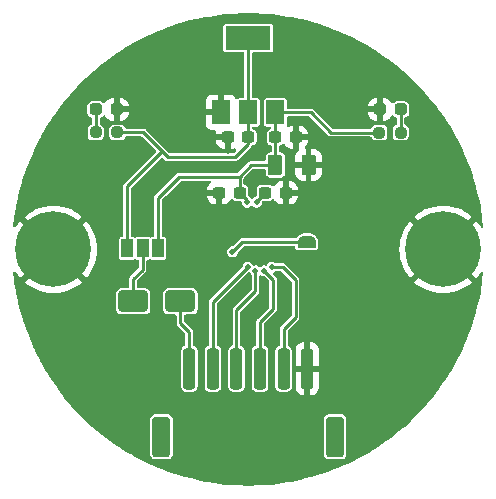
<source format=gbr>
%TF.GenerationSoftware,KiCad,Pcbnew,7.0.6-7.0.6~ubuntu22.04.1*%
%TF.CreationDate,2023-09-05T16:39:34+08:00*%
%TF.ProjectId,CAM_Module,43414d5f-4d6f-4647-956c-652e6b696361,rev?*%
%TF.SameCoordinates,Original*%
%TF.FileFunction,Copper,L1,Top*%
%TF.FilePolarity,Positive*%
%FSLAX46Y46*%
G04 Gerber Fmt 4.6, Leading zero omitted, Abs format (unit mm)*
G04 Created by KiCad (PCBNEW 7.0.6-7.0.6~ubuntu22.04.1) date 2023-09-05 16:39:34*
%MOMM*%
%LPD*%
G01*
G04 APERTURE LIST*
G04 Aperture macros list*
%AMRoundRect*
0 Rectangle with rounded corners*
0 $1 Rounding radius*
0 $2 $3 $4 $5 $6 $7 $8 $9 X,Y pos of 4 corners*
0 Add a 4 corners polygon primitive as box body*
4,1,4,$2,$3,$4,$5,$6,$7,$8,$9,$2,$3,0*
0 Add four circle primitives for the rounded corners*
1,1,$1+$1,$2,$3*
1,1,$1+$1,$4,$5*
1,1,$1+$1,$6,$7*
1,1,$1+$1,$8,$9*
0 Add four rect primitives between the rounded corners*
20,1,$1+$1,$2,$3,$4,$5,0*
20,1,$1+$1,$4,$5,$6,$7,0*
20,1,$1+$1,$6,$7,$8,$9,0*
20,1,$1+$1,$8,$9,$2,$3,0*%
%AMFreePoly0*
4,1,19,0.500000,-0.750000,0.000000,-0.750000,0.000000,-0.744911,-0.071157,-0.744911,-0.207708,-0.704816,-0.327430,-0.627875,-0.420627,-0.520320,-0.479746,-0.390866,-0.500000,-0.250000,-0.500000,0.250000,-0.479746,0.390866,-0.420627,0.520320,-0.327430,0.627875,-0.207708,0.704816,-0.071157,0.744911,0.000000,0.744911,0.000000,0.750000,0.500000,0.750000,0.500000,-0.750000,0.500000,-0.750000,
$1*%
%AMFreePoly1*
4,1,19,0.000000,0.744911,0.071157,0.744911,0.207708,0.704816,0.327430,0.627875,0.420627,0.520320,0.479746,0.390866,0.500000,0.250000,0.500000,-0.250000,0.479746,-0.390866,0.420627,-0.520320,0.327430,-0.627875,0.207708,-0.704816,0.071157,-0.744911,0.000000,-0.744911,0.000000,-0.750000,-0.500000,-0.750000,-0.500000,0.750000,0.000000,0.750000,0.000000,0.744911,0.000000,0.744911,
$1*%
G04 Aperture macros list end*
%TA.AperFunction,SMDPad,CuDef*%
%ADD10RoundRect,0.250000X-1.000000X-0.650000X1.000000X-0.650000X1.000000X0.650000X-1.000000X0.650000X0*%
%TD*%
%TA.AperFunction,SMDPad,CuDef*%
%ADD11RoundRect,0.250000X-0.375000X-0.625000X0.375000X-0.625000X0.375000X0.625000X-0.375000X0.625000X0*%
%TD*%
%TA.AperFunction,SMDPad,CuDef*%
%ADD12R,1.000000X1.500000*%
%TD*%
%TA.AperFunction,SMDPad,CuDef*%
%ADD13RoundRect,0.237500X0.250000X0.237500X-0.250000X0.237500X-0.250000X-0.237500X0.250000X-0.237500X0*%
%TD*%
%TA.AperFunction,SMDPad,CuDef*%
%ADD14RoundRect,0.237500X0.287500X0.237500X-0.287500X0.237500X-0.287500X-0.237500X0.287500X-0.237500X0*%
%TD*%
%TA.AperFunction,SMDPad,CuDef*%
%ADD15RoundRect,0.237500X0.300000X0.237500X-0.300000X0.237500X-0.300000X-0.237500X0.300000X-0.237500X0*%
%TD*%
%TA.AperFunction,SMDPad,CuDef*%
%ADD16FreePoly0,90.000000*%
%TD*%
%TA.AperFunction,SMDPad,CuDef*%
%ADD17FreePoly1,90.000000*%
%TD*%
%TA.AperFunction,ComponentPad*%
%ADD18C,0.800000*%
%TD*%
%TA.AperFunction,ComponentPad*%
%ADD19C,6.400000*%
%TD*%
%TA.AperFunction,SMDPad,CuDef*%
%ADD20RoundRect,0.237500X-0.250000X-0.237500X0.250000X-0.237500X0.250000X0.237500X-0.250000X0.237500X0*%
%TD*%
%TA.AperFunction,SMDPad,CuDef*%
%ADD21RoundRect,0.237500X-0.300000X-0.237500X0.300000X-0.237500X0.300000X0.237500X-0.300000X0.237500X0*%
%TD*%
%TA.AperFunction,SMDPad,CuDef*%
%ADD22RoundRect,0.237500X-0.287500X-0.237500X0.287500X-0.237500X0.287500X0.237500X-0.287500X0.237500X0*%
%TD*%
%TA.AperFunction,SMDPad,CuDef*%
%ADD23RoundRect,0.250000X-0.250000X-1.500000X0.250000X-1.500000X0.250000X1.500000X-0.250000X1.500000X0*%
%TD*%
%TA.AperFunction,SMDPad,CuDef*%
%ADD24RoundRect,0.250001X-0.499999X-1.449999X0.499999X-1.449999X0.499999X1.449999X-0.499999X1.449999X0*%
%TD*%
%TA.AperFunction,SMDPad,CuDef*%
%ADD25R,1.500000X2.000000*%
%TD*%
%TA.AperFunction,SMDPad,CuDef*%
%ADD26R,3.800000X2.000000*%
%TD*%
%TA.AperFunction,ViaPad*%
%ADD27C,0.500000*%
%TD*%
%TA.AperFunction,Conductor*%
%ADD28C,0.250000*%
%TD*%
G04 APERTURE END LIST*
D10*
%TO.P,D4,1,K*%
%TO.N,Net-(D4-K)*%
X140250000Y-64400000D03*
%TO.P,D4,2,A*%
%TO.N,VDD*%
X144250000Y-64400000D03*
%TD*%
D11*
%TO.P,D3,2,A*%
%TO.N,GND*%
X155100000Y-52850000D03*
%TO.P,D3,1,K*%
%TO.N,Net-(D3-K)*%
X152300000Y-52850000D03*
%TD*%
D12*
%TO.P,JP2,3,B*%
%TO.N,Net-(D3-K)*%
X142350000Y-59907500D03*
%TO.P,JP2,2,C*%
%TO.N,Net-(D4-K)*%
X141050000Y-59907500D03*
%TO.P,JP2,1,A*%
%TO.N,Net-(JP2-A)*%
X139750000Y-59907500D03*
%TD*%
D13*
%TO.P,R2,1*%
%TO.N,Net-(JP2-A)*%
X138911250Y-50097500D03*
%TO.P,R2,2*%
%TO.N,Net-(D2-A)*%
X137086250Y-50097500D03*
%TD*%
D14*
%TO.P,D2,1,K*%
%TO.N,GND*%
X138853750Y-48132500D03*
%TO.P,D2,2,A*%
%TO.N,Net-(D2-A)*%
X137103750Y-48132500D03*
%TD*%
D15*
%TO.P,C4,1*%
%TO.N,Net-(JP2-A)*%
X150000000Y-50500000D03*
%TO.P,C4,2*%
%TO.N,GND*%
X148275000Y-50500000D03*
%TD*%
D16*
%TO.P,JP1,1,A*%
%TO.N,GND*%
X154950000Y-60650000D03*
D17*
%TO.P,JP1,2,B*%
%TO.N,Net-(JP1-B)*%
X154950000Y-59350000D03*
%TD*%
D18*
%TO.P,REF\u002A\u002A,1*%
%TO.N,N/C*%
X164100000Y-60000000D03*
X164802944Y-58302944D03*
X164802944Y-61697056D03*
X166500000Y-57600000D03*
D19*
%TO.N,GND*%
X166500000Y-60000000D03*
D18*
%TO.N,N/C*%
X166500000Y-62400000D03*
X168197056Y-58302944D03*
X168197056Y-61697056D03*
X168900000Y-60000000D03*
%TD*%
D15*
%TO.P,C1,1*%
%TO.N,Net-(D3-K)*%
X149262500Y-55200000D03*
%TO.P,C1,2*%
%TO.N,GND*%
X147537500Y-55200000D03*
%TD*%
D20*
%TO.P,R1,1*%
%TO.N,Net-(D3-K)*%
X161086250Y-50100000D03*
%TO.P,R1,2*%
%TO.N,Net-(D1-A)*%
X162911250Y-50100000D03*
%TD*%
D18*
%TO.P,REF\u002A\u002A,1*%
%TO.N,N/C*%
X131100000Y-60000000D03*
X131802944Y-58302944D03*
X131802944Y-61697056D03*
X133500000Y-57600000D03*
D19*
%TO.N,GND*%
X133500000Y-60000000D03*
D18*
%TO.N,N/C*%
X133500000Y-62400000D03*
X135197056Y-58302944D03*
X135197056Y-61697056D03*
X135900000Y-60000000D03*
%TD*%
D21*
%TO.P,C3,1*%
%TO.N,Net-(D3-K)*%
X152300000Y-50500000D03*
%TO.P,C3,2*%
%TO.N,GND*%
X154025000Y-50500000D03*
%TD*%
D15*
%TO.P,C2,1*%
%TO.N,GND*%
X153162500Y-55200000D03*
%TO.P,C2,2*%
%TO.N,Net-(U1-VDD3V3)*%
X151437500Y-55200000D03*
%TD*%
D22*
%TO.P,D1,1,K*%
%TO.N,GND*%
X161146250Y-48135000D03*
%TO.P,D1,2,A*%
%TO.N,Net-(D1-A)*%
X162896250Y-48135000D03*
%TD*%
D23*
%TO.P,J1,1,Pin_1*%
%TO.N,VDD*%
X145000000Y-70100000D03*
%TO.P,J1,2,Pin_2*%
%TO.N,/MOSI*%
X147000000Y-70100000D03*
%TO.P,J1,3,Pin_3*%
%TO.N,/MISO*%
X149000000Y-70100000D03*
%TO.P,J1,4,Pin_4*%
%TO.N,/CLK*%
X151000000Y-70100000D03*
%TO.P,J1,5,Pin_5*%
%TO.N,/CS*%
X153000000Y-70100000D03*
%TO.P,J1,6,Pin_6*%
%TO.N,GND*%
X155000000Y-70100000D03*
D24*
%TO.P,J1,MP*%
%TO.N,N/C*%
X142650000Y-75850000D03*
X157350000Y-75850000D03*
%TD*%
D25*
%TO.P,U2,1,GND*%
%TO.N,GND*%
X147700000Y-48400000D03*
%TO.P,U2,2,VO*%
%TO.N,Net-(JP2-A)*%
X150000000Y-48400000D03*
D26*
X150000000Y-42100000D03*
D25*
%TO.P,U2,3,VI*%
%TO.N,Net-(D3-K)*%
X152300000Y-48400000D03*
%TD*%
D27*
%TO.N,GND*%
X142600000Y-54500000D03*
X142700000Y-52650000D03*
X162000000Y-61200000D03*
X161400000Y-61200000D03*
X160800000Y-61200000D03*
X160200000Y-61200000D03*
X159600000Y-61200000D03*
X159000000Y-61200000D03*
X158400000Y-61200000D03*
X157800000Y-61200000D03*
X157200000Y-61200000D03*
X156600000Y-61200000D03*
X162000000Y-60600000D03*
X161400000Y-60600000D03*
X160800000Y-60600000D03*
X160200000Y-60600000D03*
X159600000Y-60600000D03*
X159000000Y-60600000D03*
X158400000Y-60600000D03*
X157800000Y-60600000D03*
X157200000Y-60600000D03*
X156600000Y-60600000D03*
X162000000Y-60000000D03*
X161400000Y-60000000D03*
X160800000Y-60000000D03*
X160200000Y-60000000D03*
X159600000Y-60000000D03*
X159000000Y-60000000D03*
X158400000Y-60000000D03*
X157800000Y-60000000D03*
X157200000Y-60000000D03*
X156600000Y-60000000D03*
X162000000Y-59400000D03*
X161400000Y-59400000D03*
X160800000Y-59400000D03*
X160200000Y-59400000D03*
X159600000Y-59400000D03*
X159000000Y-59400000D03*
X158400000Y-59400000D03*
X157800000Y-59400000D03*
X157200000Y-59400000D03*
X156600000Y-59400000D03*
X162000000Y-58800000D03*
X161400000Y-58800000D03*
X160800000Y-58800000D03*
X160200000Y-58800000D03*
X159600000Y-58800000D03*
X159000000Y-58800000D03*
X158400000Y-58800000D03*
X157800000Y-58800000D03*
X157200000Y-58800000D03*
X156600000Y-58800000D03*
X148300000Y-51625500D03*
X150000000Y-54100000D03*
X151050000Y-53500000D03*
X150350000Y-55150000D03*
X151250000Y-58700000D03*
X146200000Y-54500000D03*
X149400000Y-60800000D03*
X148100000Y-66150000D03*
X152500000Y-66000000D03*
X145950000Y-67850000D03*
X153850000Y-67850000D03*
X152000000Y-67850000D03*
X150000000Y-67850000D03*
X148000000Y-67850000D03*
X150100000Y-65650000D03*
X137750000Y-49150000D03*
X162200000Y-49200000D03*
X151600000Y-51400000D03*
X148900000Y-53200000D03*
X143500000Y-51600000D03*
X141600000Y-51750000D03*
X140500000Y-54900000D03*
X141650000Y-58600000D03*
X140400000Y-58600000D03*
X152950000Y-51450000D03*
X154900000Y-49100000D03*
X153600000Y-49100000D03*
%TO.N,Net-(D3-K)*%
X149900000Y-56000000D03*
%TO.N,GND*%
X148600000Y-64225000D03*
X151200000Y-64250000D03*
X152975000Y-63025000D03*
%TO.N,Net-(U1-VDD3V3)*%
X150700000Y-56000000D03*
%TO.N,Net-(JP1-B)*%
X148650000Y-60200000D03*
%TO.N,/MOSI*%
X149950000Y-61500000D03*
%TO.N,/MISO*%
X150600000Y-61800000D03*
%TO.N,/CLK*%
X151350000Y-61800000D03*
%TO.N,/CS*%
X152000000Y-61500000D03*
%TD*%
D28*
%TO.N,Net-(JP2-A)*%
X142700000Y-51700000D02*
X143200000Y-52200000D01*
X143200000Y-52200000D02*
X148850000Y-52200000D01*
X148850000Y-52200000D02*
X150000000Y-51050000D01*
X150000000Y-51050000D02*
X150000000Y-50500000D01*
%TO.N,Net-(D3-K)*%
X155300000Y-48400000D02*
X157000000Y-50100000D01*
X152300000Y-48400000D02*
X155300000Y-48400000D01*
X157000000Y-50100000D02*
X161086250Y-50100000D01*
%TO.N,Net-(JP2-A)*%
X150000000Y-48400000D02*
X150000000Y-42100000D01*
%TO.N,Net-(D1-A)*%
X162896250Y-48135000D02*
X162896250Y-50085000D01*
X162896250Y-50085000D02*
X162911250Y-50100000D01*
%TO.N,Net-(D2-A)*%
X137103750Y-48132500D02*
X137103750Y-50080000D01*
X137103750Y-50080000D02*
X137086250Y-50097500D01*
%TO.N,Net-(JP2-A)*%
X138911250Y-50097500D02*
X141097500Y-50097500D01*
X141097500Y-50097500D02*
X142700000Y-51700000D01*
X139750000Y-54650000D02*
X142700000Y-51700000D01*
X139750000Y-59907500D02*
X139750000Y-54650000D01*
%TO.N,Net-(D3-K)*%
X142350000Y-59907500D02*
X142350000Y-55650000D01*
X144162500Y-53837500D02*
X149262500Y-53837500D01*
X142350000Y-55650000D02*
X144162500Y-53837500D01*
%TO.N,Net-(D4-K)*%
X141050000Y-59907500D02*
X141050000Y-61700000D01*
X141050000Y-61700000D02*
X140250000Y-62500000D01*
X140250000Y-62500000D02*
X140250000Y-64400000D01*
%TO.N,VDD*%
X145000000Y-70100000D02*
X145000000Y-67000000D01*
X145000000Y-67000000D02*
X144250000Y-66250000D01*
X144250000Y-66250000D02*
X144250000Y-64400000D01*
%TO.N,Net-(D3-K)*%
X152300000Y-48400000D02*
X152300000Y-50500000D01*
X149262500Y-53837500D02*
X150250000Y-52850000D01*
X149900000Y-56000000D02*
X149900000Y-55837500D01*
X149900000Y-55837500D02*
X149262500Y-55200000D01*
X149262500Y-55200000D02*
X149262500Y-53837500D01*
X152300000Y-50500000D02*
X152300000Y-52850000D01*
X150250000Y-52850000D02*
X152300000Y-52850000D01*
%TO.N,GND*%
X154975000Y-70795000D02*
X154980000Y-70800000D01*
%TO.N,Net-(U1-VDD3V3)*%
X150700000Y-56000000D02*
X150700000Y-55937500D01*
X150700000Y-55937500D02*
X151437500Y-55200000D01*
%TO.N,Net-(JP1-B)*%
X154950000Y-59350000D02*
X149500000Y-59350000D01*
X149500000Y-59350000D02*
X148650000Y-60200000D01*
%TO.N,Net-(JP2-A)*%
X150000000Y-48400000D02*
X150000000Y-50500000D01*
%TO.N,/MOSI*%
X147000000Y-64450000D02*
X149950000Y-61500000D01*
X147000000Y-70100000D02*
X147000000Y-64450000D01*
%TO.N,/MISO*%
X150600000Y-63550000D02*
X150600000Y-61800000D01*
X149000000Y-70100000D02*
X149000000Y-65150000D01*
X149000000Y-65150000D02*
X150600000Y-63550000D01*
%TO.N,/CLK*%
X151000000Y-66150000D02*
X152100000Y-65050000D01*
X152100000Y-62550000D02*
X151350000Y-61800000D01*
X151000000Y-70100000D02*
X151000000Y-66150000D01*
X152100000Y-65050000D02*
X152100000Y-62550000D01*
%TO.N,/CS*%
X153000000Y-66750000D02*
X154000000Y-65750000D01*
X152900000Y-61500000D02*
X152000000Y-61500000D01*
X154000000Y-62600000D02*
X152900000Y-61500000D01*
X154000000Y-65750000D02*
X154000000Y-62600000D01*
X153000000Y-70100000D02*
X153000000Y-66750000D01*
%TD*%
%TA.AperFunction,Conductor*%
%TO.N,GND*%
G36*
X150807403Y-40018620D02*
G01*
X150986950Y-40026684D01*
X151703049Y-40074964D01*
X151882089Y-40091079D01*
X152595233Y-40171431D01*
X152595242Y-40171432D01*
X152773386Y-40195562D01*
X153407526Y-40296000D01*
X153482220Y-40307831D01*
X153517222Y-40314182D01*
X153659148Y-40339938D01*
X154362220Y-40483893D01*
X154537454Y-40523888D01*
X155233422Y-40699257D01*
X155406692Y-40747076D01*
X156028725Y-40933863D01*
X156094060Y-40953483D01*
X156265050Y-41009040D01*
X156942462Y-41246077D01*
X157110745Y-41309234D01*
X157776847Y-41576427D01*
X157942173Y-41647091D01*
X158390183Y-41850586D01*
X158595557Y-41943872D01*
X158595582Y-41943883D01*
X158757585Y-42021900D01*
X159397029Y-42347713D01*
X159501011Y-42403669D01*
X159555335Y-42432902D01*
X160179494Y-42787061D01*
X160333884Y-42879304D01*
X160941528Y-43261112D01*
X161091573Y-43360156D01*
X161681539Y-43768886D01*
X161826916Y-43874509D01*
X162397975Y-44309314D01*
X162538522Y-44421398D01*
X163089405Y-44881308D01*
X163224827Y-44999623D01*
X163754538Y-45483800D01*
X163884489Y-45608046D01*
X164391953Y-46115510D01*
X164516199Y-46245461D01*
X165000376Y-46775172D01*
X165118691Y-46910594D01*
X165326910Y-47160000D01*
X165577180Y-47459775D01*
X165578605Y-47461481D01*
X165612022Y-47503384D01*
X165690701Y-47602045D01*
X165953794Y-47947582D01*
X166067318Y-48096682D01*
X166125479Y-48173068D01*
X166131827Y-48181805D01*
X166231122Y-48318473D01*
X166639840Y-48908422D01*
X166738893Y-49058481D01*
X167120694Y-49666114D01*
X167212931Y-49820492D01*
X167567097Y-50444664D01*
X167652284Y-50602965D01*
X167715287Y-50726615D01*
X167978099Y-51242414D01*
X168056116Y-51404417D01*
X168352908Y-52057826D01*
X168423572Y-52223152D01*
X168690758Y-52889237D01*
X168753921Y-53057534D01*
X168990958Y-53734946D01*
X169046515Y-53905935D01*
X169252917Y-54593285D01*
X169300741Y-54766572D01*
X169476100Y-55462499D01*
X169498709Y-55561555D01*
X169516107Y-55637781D01*
X169660060Y-56340845D01*
X169692168Y-56517779D01*
X169804432Y-57226583D01*
X169828567Y-57404757D01*
X169896183Y-58004872D01*
X169884129Y-58073694D01*
X169836780Y-58125074D01*
X169769169Y-58142698D01*
X169702763Y-58120972D01*
X169668968Y-58086291D01*
X169497468Y-57822206D01*
X169288904Y-57564649D01*
X169288902Y-57564648D01*
X168878822Y-57974729D01*
X168817499Y-58008214D01*
X168747807Y-58003230D01*
X168692766Y-57962535D01*
X168646960Y-57902841D01*
X168625338Y-57874662D01*
X168537461Y-57807232D01*
X168496261Y-57750806D01*
X168492106Y-57681060D01*
X168525269Y-57621177D01*
X168935350Y-57211096D01*
X168935350Y-57211095D01*
X168677793Y-57002531D01*
X168352543Y-56791310D01*
X168006994Y-56615244D01*
X167644936Y-56476262D01*
X167270330Y-56375887D01*
X167270323Y-56375886D01*
X166887287Y-56315219D01*
X166500001Y-56294922D01*
X166499999Y-56294922D01*
X166112712Y-56315219D01*
X165729676Y-56375886D01*
X165729669Y-56375887D01*
X165355063Y-56476262D01*
X164993005Y-56615244D01*
X164647456Y-56791310D01*
X164322206Y-57002531D01*
X164064648Y-57211095D01*
X164064648Y-57211096D01*
X164474730Y-57621177D01*
X164508215Y-57682500D01*
X164503231Y-57752191D01*
X164462536Y-57807233D01*
X164374662Y-57874661D01*
X164374661Y-57874662D01*
X164307233Y-57962536D01*
X164250805Y-58003738D01*
X164181059Y-58007893D01*
X164121177Y-57974730D01*
X163711096Y-57564648D01*
X163711095Y-57564648D01*
X163502531Y-57822206D01*
X163291310Y-58147456D01*
X163115244Y-58493005D01*
X162976262Y-58855063D01*
X162875887Y-59229669D01*
X162875886Y-59229676D01*
X162815219Y-59612712D01*
X162794922Y-59999999D01*
X162794922Y-60000000D01*
X162815219Y-60387287D01*
X162875886Y-60770323D01*
X162875887Y-60770330D01*
X162976262Y-61144936D01*
X163115244Y-61506994D01*
X163291310Y-61852543D01*
X163502531Y-62177793D01*
X163711095Y-62435350D01*
X163711096Y-62435350D01*
X164121177Y-62025269D01*
X164182500Y-61991784D01*
X164252191Y-61996768D01*
X164307232Y-62037461D01*
X164374662Y-62125338D01*
X164394927Y-62140888D01*
X164462535Y-62192766D01*
X164503737Y-62249194D01*
X164507892Y-62318940D01*
X164474729Y-62378822D01*
X164064648Y-62788902D01*
X164064649Y-62788904D01*
X164322206Y-62997468D01*
X164647456Y-63208689D01*
X164993005Y-63384755D01*
X165355063Y-63523737D01*
X165729669Y-63624112D01*
X165729676Y-63624113D01*
X166112712Y-63684780D01*
X166499999Y-63705078D01*
X166500001Y-63705078D01*
X166887287Y-63684780D01*
X167270323Y-63624113D01*
X167270330Y-63624112D01*
X167644936Y-63523737D01*
X168006994Y-63384755D01*
X168352543Y-63208689D01*
X168677783Y-62997476D01*
X168677785Y-62997475D01*
X168935349Y-62788902D01*
X168525269Y-62378822D01*
X168491784Y-62317499D01*
X168496768Y-62247807D01*
X168537462Y-62192767D01*
X168625338Y-62125338D01*
X168692767Y-62037462D01*
X168749192Y-61996261D01*
X168818938Y-61992106D01*
X168878822Y-62025269D01*
X169288902Y-62435349D01*
X169497475Y-62177785D01*
X169497475Y-62177783D01*
X169668968Y-61913708D01*
X169721989Y-61868205D01*
X169791194Y-61858590D01*
X169854611Y-61887917D01*
X169892105Y-61946875D01*
X169896183Y-61995127D01*
X169828567Y-62595242D01*
X169804432Y-62773416D01*
X169692168Y-63482220D01*
X169660060Y-63659154D01*
X169516107Y-64362218D01*
X169476107Y-64537470D01*
X169393877Y-64863811D01*
X169300742Y-65233425D01*
X169252917Y-65406714D01*
X169046515Y-66094064D01*
X168990958Y-66265053D01*
X168753921Y-66942465D01*
X168690758Y-67110762D01*
X168423572Y-67776847D01*
X168352908Y-67942173D01*
X168056116Y-68595582D01*
X167978099Y-68757585D01*
X167652290Y-69397022D01*
X167567097Y-69555335D01*
X167212931Y-70179507D01*
X167120694Y-70333885D01*
X166738893Y-70941518D01*
X166639840Y-71091577D01*
X166231122Y-71681526D01*
X166125486Y-71826922D01*
X165690701Y-72397954D01*
X165578615Y-72538506D01*
X165118691Y-73089405D01*
X165000376Y-73224827D01*
X164516199Y-73754538D01*
X164391953Y-73884489D01*
X163884489Y-74391953D01*
X163754538Y-74516199D01*
X163224827Y-75000376D01*
X163089405Y-75118691D01*
X162538506Y-75578615D01*
X162397954Y-75690701D01*
X161826922Y-76125486D01*
X161681526Y-76231122D01*
X161091577Y-76639840D01*
X160941518Y-76738893D01*
X160333885Y-77120694D01*
X160179507Y-77212931D01*
X159555335Y-77567097D01*
X159397022Y-77652290D01*
X158757585Y-77978099D01*
X158595582Y-78056116D01*
X157942173Y-78352908D01*
X157776847Y-78423572D01*
X157110762Y-78690758D01*
X156942465Y-78753921D01*
X156265053Y-78990958D01*
X156094064Y-79046515D01*
X155406714Y-79252917D01*
X155233425Y-79300742D01*
X154537511Y-79476097D01*
X154431289Y-79500342D01*
X154362218Y-79516107D01*
X153659154Y-79660060D01*
X153482220Y-79692168D01*
X152773416Y-79804432D01*
X152595242Y-79828567D01*
X151882090Y-79908920D01*
X151703025Y-79925036D01*
X150986987Y-79973313D01*
X150807386Y-79981379D01*
X150089870Y-79997483D01*
X149910130Y-79997483D01*
X149192613Y-79981379D01*
X149013012Y-79973313D01*
X148296974Y-79925036D01*
X148117909Y-79908920D01*
X147404757Y-79828567D01*
X147226583Y-79804432D01*
X146517779Y-79692168D01*
X146340845Y-79660060D01*
X145637781Y-79516107D01*
X145617397Y-79511454D01*
X145462499Y-79476100D01*
X144766572Y-79300741D01*
X144593285Y-79252917D01*
X143905935Y-79046515D01*
X143734946Y-78990958D01*
X143057534Y-78753921D01*
X142889237Y-78690758D01*
X142223152Y-78423572D01*
X142057826Y-78352908D01*
X141404417Y-78056116D01*
X141242414Y-77978099D01*
X140602989Y-77652296D01*
X140546966Y-77622149D01*
X140444664Y-77567097D01*
X140069563Y-77354258D01*
X141699500Y-77354258D01*
X141702354Y-77384698D01*
X141702354Y-77384699D01*
X141747206Y-77512881D01*
X141747207Y-77512882D01*
X141827850Y-77622150D01*
X141937118Y-77702793D01*
X142065302Y-77747646D01*
X142065301Y-77747646D01*
X142069271Y-77748018D01*
X142095735Y-77750500D01*
X143204264Y-77750499D01*
X143234698Y-77747646D01*
X143362882Y-77702793D01*
X143472150Y-77622150D01*
X143552793Y-77512882D01*
X143597646Y-77384698D01*
X143600500Y-77354265D01*
X143600500Y-77354258D01*
X156399500Y-77354258D01*
X156402354Y-77384698D01*
X156402354Y-77384699D01*
X156447206Y-77512881D01*
X156447207Y-77512882D01*
X156527850Y-77622150D01*
X156637118Y-77702793D01*
X156765302Y-77747646D01*
X156765301Y-77747646D01*
X156769271Y-77748018D01*
X156795735Y-77750500D01*
X157904264Y-77750499D01*
X157934698Y-77747646D01*
X158062882Y-77702793D01*
X158172150Y-77622150D01*
X158252793Y-77512882D01*
X158297646Y-77384698D01*
X158300500Y-77354265D01*
X158300499Y-74345736D01*
X158297646Y-74315302D01*
X158252793Y-74187118D01*
X158172150Y-74077850D01*
X158062882Y-73997207D01*
X158062881Y-73997206D01*
X157934695Y-73952353D01*
X157934698Y-73952353D01*
X157904268Y-73949500D01*
X156795741Y-73949500D01*
X156765301Y-73952354D01*
X156765300Y-73952354D01*
X156637118Y-73997206D01*
X156527850Y-74077850D01*
X156447206Y-74187118D01*
X156402353Y-74315302D01*
X156399500Y-74345731D01*
X156399500Y-77354258D01*
X143600500Y-77354258D01*
X143600499Y-74345736D01*
X143597646Y-74315302D01*
X143552793Y-74187118D01*
X143472150Y-74077850D01*
X143362882Y-73997207D01*
X143362881Y-73997206D01*
X143234695Y-73952353D01*
X143234698Y-73952353D01*
X143204268Y-73949500D01*
X142095741Y-73949500D01*
X142065301Y-73952354D01*
X142065300Y-73952354D01*
X141937118Y-73997206D01*
X141827850Y-74077850D01*
X141747206Y-74187118D01*
X141702353Y-74315302D01*
X141699500Y-74345731D01*
X141699500Y-77354258D01*
X140069563Y-77354258D01*
X139820492Y-77212931D01*
X139666114Y-77120694D01*
X139058481Y-76738893D01*
X138908422Y-76639840D01*
X138318473Y-76231122D01*
X138173077Y-76125486D01*
X137602045Y-75690701D01*
X137550234Y-75649383D01*
X137461493Y-75578615D01*
X137228481Y-75384082D01*
X136910594Y-75118691D01*
X136775172Y-75000376D01*
X136245461Y-74516199D01*
X136115510Y-74391953D01*
X135608046Y-73884489D01*
X135483800Y-73754538D01*
X134999623Y-73224827D01*
X134881308Y-73089405D01*
X134421398Y-72538522D01*
X134309298Y-72397954D01*
X134042573Y-72047646D01*
X133874509Y-71826916D01*
X133768877Y-71681526D01*
X133360156Y-71091573D01*
X133261106Y-70941518D01*
X132879305Y-70333885D01*
X132787068Y-70179507D01*
X132432902Y-69555335D01*
X132403669Y-69501011D01*
X132347710Y-69397022D01*
X132021900Y-68757585D01*
X131943883Y-68595582D01*
X131923191Y-68550028D01*
X131800939Y-68280880D01*
X131647091Y-67942173D01*
X131576427Y-67776847D01*
X131309234Y-67110745D01*
X131246077Y-66942462D01*
X131009040Y-66265050D01*
X130953483Y-66094060D01*
X130913963Y-65962453D01*
X130747076Y-65406692D01*
X130699257Y-65233422D01*
X130523888Y-64537454D01*
X130483893Y-64362218D01*
X130339938Y-63659148D01*
X130307831Y-63482220D01*
X130259251Y-63175500D01*
X130195564Y-62773399D01*
X130171432Y-62595242D01*
X130156777Y-62465176D01*
X130103815Y-61995124D01*
X130115869Y-61926303D01*
X130163218Y-61874923D01*
X130230829Y-61857299D01*
X130297234Y-61879025D01*
X130331030Y-61913706D01*
X130502531Y-62177793D01*
X130711095Y-62435350D01*
X130711096Y-62435350D01*
X131121177Y-62025269D01*
X131182500Y-61991784D01*
X131252191Y-61996768D01*
X131307232Y-62037461D01*
X131374662Y-62125338D01*
X131394927Y-62140888D01*
X131462535Y-62192766D01*
X131503737Y-62249194D01*
X131507892Y-62318940D01*
X131474729Y-62378822D01*
X131064648Y-62788902D01*
X131064649Y-62788904D01*
X131322206Y-62997468D01*
X131647456Y-63208689D01*
X131993005Y-63384755D01*
X132355063Y-63523737D01*
X132729669Y-63624112D01*
X132729676Y-63624113D01*
X133112712Y-63684780D01*
X133499999Y-63705078D01*
X133500001Y-63705078D01*
X133887287Y-63684780D01*
X134270323Y-63624113D01*
X134270330Y-63624112D01*
X134644936Y-63523737D01*
X135006994Y-63384755D01*
X135352543Y-63208689D01*
X135677783Y-62997476D01*
X135677785Y-62997475D01*
X135935349Y-62788902D01*
X135525269Y-62378822D01*
X135491784Y-62317499D01*
X135496768Y-62247807D01*
X135537462Y-62192767D01*
X135625338Y-62125338D01*
X135692767Y-62037462D01*
X135749192Y-61996261D01*
X135818938Y-61992106D01*
X135878822Y-62025269D01*
X136288902Y-62435349D01*
X136497475Y-62177785D01*
X136497476Y-62177783D01*
X136708689Y-61852543D01*
X136884755Y-61506994D01*
X137023737Y-61144936D01*
X137124112Y-60770330D01*
X137124113Y-60770323D01*
X137184780Y-60387287D01*
X137205078Y-60000000D01*
X137205078Y-59999999D01*
X137184780Y-59612712D01*
X137124113Y-59229676D01*
X137124112Y-59229669D01*
X137023737Y-58855063D01*
X136884755Y-58493005D01*
X136708689Y-58147456D01*
X136497468Y-57822206D01*
X136288904Y-57564649D01*
X136288902Y-57564648D01*
X135878822Y-57974729D01*
X135817499Y-58008214D01*
X135747807Y-58003230D01*
X135692766Y-57962535D01*
X135646960Y-57902841D01*
X135625338Y-57874662D01*
X135537461Y-57807232D01*
X135496261Y-57750806D01*
X135492106Y-57681060D01*
X135525269Y-57621177D01*
X135935350Y-57211096D01*
X135935350Y-57211095D01*
X135677793Y-57002531D01*
X135352543Y-56791310D01*
X135006994Y-56615244D01*
X134644936Y-56476262D01*
X134270330Y-56375887D01*
X134270323Y-56375886D01*
X133887287Y-56315219D01*
X133500001Y-56294922D01*
X133499999Y-56294922D01*
X133112712Y-56315219D01*
X132729676Y-56375886D01*
X132729669Y-56375887D01*
X132355063Y-56476262D01*
X131993005Y-56615244D01*
X131647456Y-56791310D01*
X131322206Y-57002531D01*
X131064648Y-57211095D01*
X131064648Y-57211096D01*
X131474730Y-57621177D01*
X131508215Y-57682500D01*
X131503231Y-57752191D01*
X131462536Y-57807233D01*
X131374662Y-57874661D01*
X131374661Y-57874662D01*
X131307233Y-57962536D01*
X131250805Y-58003738D01*
X131181059Y-58007893D01*
X131121177Y-57974730D01*
X130711096Y-57564648D01*
X130711095Y-57564648D01*
X130502534Y-57822202D01*
X130331030Y-58086294D01*
X130278009Y-58131796D01*
X130208804Y-58141410D01*
X130145387Y-58112083D01*
X130107893Y-58053126D01*
X130103815Y-58004874D01*
X130103816Y-58004872D01*
X130171432Y-57404751D01*
X130195562Y-57226617D01*
X130307831Y-56517777D01*
X130320040Y-56450500D01*
X130339931Y-56340886D01*
X130483894Y-55637771D01*
X130523893Y-55462524D01*
X130699259Y-54766567D01*
X130747083Y-54593285D01*
X130953489Y-53905919D01*
X130962628Y-53877793D01*
X131009028Y-53734984D01*
X131246079Y-53057532D01*
X131309229Y-52889269D01*
X131576434Y-52223135D01*
X131577986Y-52219506D01*
X131647069Y-52057872D01*
X131943900Y-51404380D01*
X132021880Y-51242453D01*
X132347710Y-50602976D01*
X132432904Y-50444660D01*
X132443776Y-50425500D01*
X132787084Y-49820464D01*
X132879281Y-49666152D01*
X133261135Y-49058436D01*
X133360132Y-48908462D01*
X133696627Y-48422760D01*
X136378250Y-48422760D01*
X136381024Y-48452349D01*
X136424634Y-48576976D01*
X136498850Y-48677535D01*
X136503039Y-48683211D01*
X136609275Y-48761616D01*
X136659416Y-48779161D01*
X136695205Y-48791685D01*
X136751981Y-48832407D01*
X136777728Y-48897360D01*
X136778250Y-48908726D01*
X136778250Y-49328272D01*
X136758565Y-49395311D01*
X136705761Y-49441066D01*
X136695206Y-49445313D01*
X136629273Y-49468384D01*
X136523039Y-49546788D01*
X136523038Y-49546789D01*
X136444634Y-49653023D01*
X136401024Y-49777650D01*
X136398250Y-49807239D01*
X136398250Y-50387760D01*
X136401024Y-50417349D01*
X136444634Y-50541976D01*
X136523038Y-50648210D01*
X136523039Y-50648211D01*
X136629273Y-50726615D01*
X136629274Y-50726615D01*
X136629275Y-50726616D01*
X136753901Y-50770225D01*
X136753900Y-50770225D01*
X136783490Y-50773000D01*
X136783494Y-50773000D01*
X137389010Y-50773000D01*
X137418599Y-50770225D01*
X137418599Y-50770224D01*
X137543225Y-50726616D01*
X137649461Y-50648211D01*
X137727866Y-50541975D01*
X137771475Y-50417349D01*
X137772109Y-50410586D01*
X137774250Y-50387760D01*
X138223250Y-50387760D01*
X138226024Y-50417349D01*
X138269634Y-50541976D01*
X138348038Y-50648210D01*
X138348039Y-50648211D01*
X138454273Y-50726615D01*
X138454274Y-50726615D01*
X138454275Y-50726616D01*
X138578901Y-50770225D01*
X138578900Y-50770225D01*
X138608490Y-50773000D01*
X138608494Y-50773000D01*
X139214010Y-50773000D01*
X139243599Y-50770225D01*
X139368225Y-50726616D01*
X139474461Y-50648211D01*
X139552866Y-50541975D01*
X139565439Y-50506043D01*
X139606161Y-50449269D01*
X139671114Y-50423522D01*
X139682480Y-50423000D01*
X140911312Y-50423000D01*
X140978351Y-50442685D01*
X140998992Y-50459318D01*
X142151993Y-51612320D01*
X142185477Y-51673641D01*
X142180493Y-51743333D01*
X142151992Y-51787680D01*
X139531803Y-54407870D01*
X139527814Y-54411525D01*
X139496805Y-54437545D01*
X139476562Y-54472606D01*
X139473656Y-54477166D01*
X139450446Y-54510313D01*
X139448206Y-54515117D01*
X139441229Y-54531961D01*
X139439410Y-54536959D01*
X139432383Y-54576811D01*
X139431212Y-54582091D01*
X139420735Y-54621191D01*
X139424264Y-54661513D01*
X139424500Y-54666920D01*
X139424500Y-58833000D01*
X139404815Y-58900039D01*
X139352011Y-58945794D01*
X139300500Y-58957000D01*
X139230247Y-58957000D01*
X139171770Y-58968631D01*
X139171769Y-58968632D01*
X139105447Y-59012947D01*
X139061132Y-59079269D01*
X139061131Y-59079270D01*
X139049500Y-59137747D01*
X139049500Y-60677252D01*
X139061131Y-60735729D01*
X139061132Y-60735730D01*
X139105447Y-60802052D01*
X139171769Y-60846367D01*
X139171770Y-60846368D01*
X139230247Y-60857999D01*
X139230250Y-60858000D01*
X139230252Y-60858000D01*
X140269750Y-60858000D01*
X140269751Y-60857999D01*
X140284568Y-60855052D01*
X140328229Y-60846368D01*
X140328231Y-60846367D01*
X140331108Y-60844445D01*
X140338335Y-60842181D01*
X140339513Y-60841694D01*
X140339556Y-60841799D01*
X140397785Y-60823566D01*
X140465165Y-60842050D01*
X140468892Y-60844445D01*
X140471768Y-60846367D01*
X140471770Y-60846368D01*
X140530247Y-60857999D01*
X140530250Y-60858000D01*
X140530252Y-60858000D01*
X140600500Y-60858000D01*
X140667539Y-60877685D01*
X140713294Y-60930489D01*
X140724500Y-60982000D01*
X140724500Y-61513811D01*
X140704815Y-61580850D01*
X140688181Y-61601492D01*
X140031803Y-62257870D01*
X140027814Y-62261525D01*
X139996805Y-62287545D01*
X139976562Y-62322606D01*
X139973656Y-62327166D01*
X139950446Y-62360313D01*
X139948206Y-62365117D01*
X139941229Y-62381961D01*
X139939410Y-62386959D01*
X139932383Y-62426811D01*
X139931212Y-62432091D01*
X139920735Y-62471191D01*
X139924264Y-62511513D01*
X139924500Y-62516920D01*
X139924500Y-63175500D01*
X139904815Y-63242539D01*
X139852011Y-63288294D01*
X139800500Y-63299500D01*
X139195730Y-63299500D01*
X139165300Y-63302353D01*
X139165298Y-63302353D01*
X139037119Y-63347206D01*
X139037117Y-63347207D01*
X138927850Y-63427850D01*
X138847207Y-63537117D01*
X138847206Y-63537119D01*
X138802353Y-63665298D01*
X138802353Y-63665300D01*
X138799500Y-63695730D01*
X138799500Y-65104269D01*
X138802353Y-65134699D01*
X138802353Y-65134701D01*
X138847206Y-65262880D01*
X138847207Y-65262882D01*
X138927850Y-65372150D01*
X139037118Y-65452793D01*
X139079845Y-65467744D01*
X139165299Y-65497646D01*
X139195730Y-65500500D01*
X139195734Y-65500500D01*
X141304270Y-65500500D01*
X141334699Y-65497646D01*
X141334701Y-65497646D01*
X141398790Y-65475219D01*
X141462882Y-65452793D01*
X141572150Y-65372150D01*
X141652793Y-65262882D01*
X141685959Y-65168099D01*
X141697646Y-65134701D01*
X141697646Y-65134699D01*
X141700500Y-65104269D01*
X142799500Y-65104269D01*
X142802353Y-65134699D01*
X142802353Y-65134701D01*
X142847206Y-65262880D01*
X142847207Y-65262882D01*
X142927850Y-65372150D01*
X143037118Y-65452793D01*
X143079845Y-65467744D01*
X143165299Y-65497646D01*
X143195730Y-65500500D01*
X143195734Y-65500500D01*
X143800500Y-65500500D01*
X143867539Y-65520185D01*
X143913294Y-65572989D01*
X143924500Y-65624500D01*
X143924500Y-66233078D01*
X143924264Y-66238485D01*
X143920735Y-66278808D01*
X143931212Y-66317910D01*
X143932383Y-66323190D01*
X143939411Y-66363043D01*
X143941235Y-66368055D01*
X143948197Y-66384861D01*
X143950445Y-66389681D01*
X143950446Y-66389684D01*
X143964452Y-66409687D01*
X143973655Y-66422831D01*
X143976561Y-66427392D01*
X143996806Y-66462455D01*
X144027815Y-66488475D01*
X144031805Y-66492131D01*
X144638182Y-67098508D01*
X144671666Y-67159829D01*
X144674500Y-67186187D01*
X144674500Y-68061152D01*
X144654815Y-68128191D01*
X144602011Y-68173946D01*
X144591456Y-68178193D01*
X144537117Y-68197207D01*
X144427850Y-68277850D01*
X144347207Y-68387117D01*
X144347206Y-68387119D01*
X144302353Y-68515298D01*
X144302353Y-68515300D01*
X144299500Y-68545730D01*
X144299500Y-71654269D01*
X144302353Y-71684699D01*
X144302353Y-71684701D01*
X144347206Y-71812880D01*
X144347207Y-71812882D01*
X144427850Y-71922150D01*
X144537118Y-72002793D01*
X144579845Y-72017744D01*
X144665299Y-72047646D01*
X144695730Y-72050500D01*
X144695734Y-72050500D01*
X145304270Y-72050500D01*
X145334699Y-72047646D01*
X145334701Y-72047646D01*
X145398790Y-72025219D01*
X145462882Y-72002793D01*
X145572150Y-71922150D01*
X145652793Y-71812882D01*
X145675219Y-71748790D01*
X145697646Y-71684701D01*
X145697646Y-71684699D01*
X145700500Y-71654269D01*
X146299500Y-71654269D01*
X146302353Y-71684699D01*
X146302353Y-71684701D01*
X146347206Y-71812880D01*
X146347207Y-71812882D01*
X146427850Y-71922150D01*
X146537118Y-72002793D01*
X146579845Y-72017744D01*
X146665299Y-72047646D01*
X146695730Y-72050500D01*
X146695734Y-72050500D01*
X147304270Y-72050500D01*
X147334699Y-72047646D01*
X147334701Y-72047646D01*
X147398790Y-72025219D01*
X147462882Y-72002793D01*
X147572150Y-71922150D01*
X147652793Y-71812882D01*
X147675219Y-71748790D01*
X147697646Y-71684701D01*
X147697646Y-71684699D01*
X147700500Y-71654269D01*
X147700500Y-68545730D01*
X147697646Y-68515300D01*
X147697646Y-68515298D01*
X147652793Y-68387119D01*
X147652792Y-68387117D01*
X147572150Y-68277850D01*
X147462882Y-68197207D01*
X147408543Y-68178193D01*
X147351768Y-68137471D01*
X147326021Y-68072518D01*
X147325499Y-68061173D01*
X147325499Y-64636186D01*
X147345184Y-64569148D01*
X147361813Y-64548511D01*
X149923506Y-61986819D01*
X149984830Y-61953334D01*
X150011188Y-61950500D01*
X150014772Y-61950500D01*
X150051616Y-61939682D01*
X150121486Y-61939682D01*
X150180264Y-61977457D01*
X150199344Y-62007145D01*
X150217118Y-62046063D01*
X150244213Y-62077333D01*
X150273238Y-62140888D01*
X150274500Y-62158535D01*
X150274500Y-63363811D01*
X150254815Y-63430850D01*
X150238181Y-63451492D01*
X148781803Y-64907870D01*
X148777814Y-64911525D01*
X148746805Y-64937545D01*
X148726562Y-64972606D01*
X148723656Y-64977166D01*
X148700446Y-65010313D01*
X148698206Y-65015117D01*
X148691229Y-65031961D01*
X148689410Y-65036959D01*
X148682383Y-65076811D01*
X148681212Y-65082091D01*
X148670735Y-65121191D01*
X148674264Y-65161513D01*
X148674500Y-65166920D01*
X148674500Y-68061152D01*
X148654815Y-68128191D01*
X148602011Y-68173946D01*
X148591456Y-68178193D01*
X148537117Y-68197207D01*
X148427850Y-68277850D01*
X148347207Y-68387117D01*
X148347206Y-68387119D01*
X148302353Y-68515298D01*
X148302353Y-68515300D01*
X148299500Y-68545730D01*
X148299500Y-71654269D01*
X148302353Y-71684699D01*
X148302353Y-71684701D01*
X148347206Y-71812880D01*
X148347207Y-71812882D01*
X148427850Y-71922150D01*
X148537118Y-72002793D01*
X148579845Y-72017744D01*
X148665299Y-72047646D01*
X148695730Y-72050500D01*
X148695734Y-72050500D01*
X149304270Y-72050500D01*
X149334699Y-72047646D01*
X149334701Y-72047646D01*
X149398790Y-72025219D01*
X149462882Y-72002793D01*
X149572150Y-71922150D01*
X149652793Y-71812882D01*
X149675219Y-71748790D01*
X149697646Y-71684701D01*
X149697646Y-71684699D01*
X149700500Y-71654269D01*
X149700500Y-68545730D01*
X149697646Y-68515300D01*
X149697646Y-68515298D01*
X149652793Y-68387119D01*
X149652792Y-68387117D01*
X149572150Y-68277850D01*
X149462882Y-68197207D01*
X149408544Y-68178193D01*
X149351768Y-68137471D01*
X149326022Y-68072518D01*
X149325500Y-68061152D01*
X149325500Y-65336187D01*
X149345185Y-65269148D01*
X149361819Y-65248506D01*
X150072834Y-64537491D01*
X150818204Y-63792120D01*
X150822166Y-63788489D01*
X150853194Y-63762455D01*
X150873438Y-63727390D01*
X150876335Y-63722841D01*
X150899554Y-63689684D01*
X150899554Y-63689681D01*
X150901819Y-63684824D01*
X150908747Y-63668099D01*
X150910584Y-63663050D01*
X150910588Y-63663045D01*
X150917619Y-63623162D01*
X150918777Y-63617940D01*
X150929264Y-63578807D01*
X150925735Y-63538478D01*
X150925500Y-63533075D01*
X150925500Y-62289790D01*
X150945185Y-62222751D01*
X150997989Y-62176996D01*
X151067147Y-62167052D01*
X151116537Y-62185474D01*
X151160931Y-62214004D01*
X151276056Y-62247807D01*
X151285225Y-62250499D01*
X151285227Y-62250500D01*
X151285228Y-62250500D01*
X151288812Y-62250500D01*
X151292251Y-62251509D01*
X151294005Y-62251762D01*
X151293968Y-62252014D01*
X151355851Y-62270185D01*
X151376492Y-62286819D01*
X151738182Y-62648508D01*
X151771666Y-62709829D01*
X151774500Y-62736187D01*
X151774500Y-64863811D01*
X151754815Y-64930850D01*
X151738181Y-64951492D01*
X150781803Y-65907870D01*
X150777814Y-65911525D01*
X150746805Y-65937545D01*
X150726562Y-65972606D01*
X150723656Y-65977166D01*
X150700446Y-66010313D01*
X150698206Y-66015117D01*
X150691229Y-66031961D01*
X150689410Y-66036959D01*
X150682383Y-66076811D01*
X150681212Y-66082091D01*
X150670735Y-66121191D01*
X150674264Y-66161513D01*
X150674500Y-66166920D01*
X150674500Y-68061152D01*
X150654815Y-68128191D01*
X150602011Y-68173946D01*
X150591456Y-68178193D01*
X150537117Y-68197207D01*
X150427850Y-68277850D01*
X150347207Y-68387117D01*
X150347206Y-68387119D01*
X150302353Y-68515298D01*
X150302353Y-68515300D01*
X150299500Y-68545730D01*
X150299500Y-71654269D01*
X150302353Y-71684699D01*
X150302353Y-71684701D01*
X150347206Y-71812880D01*
X150347207Y-71812882D01*
X150427850Y-71922150D01*
X150537118Y-72002793D01*
X150579845Y-72017744D01*
X150665299Y-72047646D01*
X150695730Y-72050500D01*
X150695734Y-72050500D01*
X151304270Y-72050500D01*
X151334699Y-72047646D01*
X151334701Y-72047646D01*
X151398790Y-72025219D01*
X151462882Y-72002793D01*
X151572150Y-71922150D01*
X151652793Y-71812882D01*
X151675219Y-71748790D01*
X151697646Y-71684701D01*
X151697646Y-71684699D01*
X151700500Y-71654269D01*
X151700500Y-68545730D01*
X151697646Y-68515300D01*
X151697646Y-68515298D01*
X151652793Y-68387119D01*
X151652792Y-68387117D01*
X151572150Y-68277850D01*
X151462882Y-68197207D01*
X151408544Y-68178193D01*
X151351768Y-68137471D01*
X151326022Y-68072518D01*
X151325500Y-68061152D01*
X151325500Y-66336187D01*
X151345185Y-66269148D01*
X151361819Y-66248506D01*
X151600012Y-66010313D01*
X152318215Y-65292109D01*
X152322166Y-65288489D01*
X152353194Y-65262455D01*
X152373438Y-65227390D01*
X152376335Y-65222841D01*
X152399554Y-65189684D01*
X152399554Y-65189681D01*
X152401819Y-65184824D01*
X152408747Y-65168099D01*
X152410584Y-65163050D01*
X152410588Y-65163045D01*
X152417619Y-65123162D01*
X152418777Y-65117940D01*
X152429264Y-65078807D01*
X152425735Y-65038481D01*
X152425500Y-65033078D01*
X152425500Y-62566912D01*
X152425736Y-62561506D01*
X152428539Y-62529474D01*
X152429263Y-62521193D01*
X152429262Y-62521192D01*
X152429263Y-62521191D01*
X152418785Y-62482090D01*
X152417618Y-62476830D01*
X152410588Y-62436955D01*
X152410587Y-62436953D01*
X152408760Y-62431933D01*
X152401820Y-62415176D01*
X152399554Y-62410319D01*
X152399554Y-62410316D01*
X152376337Y-62377159D01*
X152373435Y-62372605D01*
X152353194Y-62337545D01*
X152322182Y-62311522D01*
X152318210Y-62307883D01*
X152132199Y-62121872D01*
X152098714Y-62060549D01*
X152103698Y-61990857D01*
X152145570Y-61934924D01*
X152184950Y-61915213D01*
X152189069Y-61914004D01*
X152296155Y-61845183D01*
X152363194Y-61825500D01*
X152713812Y-61825500D01*
X152780851Y-61845185D01*
X152801493Y-61861819D01*
X153638181Y-62698507D01*
X153671666Y-62759830D01*
X153674500Y-62786188D01*
X153674500Y-65563811D01*
X153654815Y-65630850D01*
X153638181Y-65651492D01*
X152781803Y-66507870D01*
X152777814Y-66511525D01*
X152746805Y-66537545D01*
X152726562Y-66572606D01*
X152723656Y-66577166D01*
X152700446Y-66610313D01*
X152698206Y-66615117D01*
X152691229Y-66631961D01*
X152689410Y-66636959D01*
X152682383Y-66676811D01*
X152681212Y-66682091D01*
X152670735Y-66721191D01*
X152674264Y-66761513D01*
X152674500Y-66766920D01*
X152674500Y-68061152D01*
X152654815Y-68128191D01*
X152602011Y-68173946D01*
X152591456Y-68178193D01*
X152537117Y-68197207D01*
X152427850Y-68277850D01*
X152347207Y-68387117D01*
X152347206Y-68387119D01*
X152302353Y-68515298D01*
X152302353Y-68515300D01*
X152299500Y-68545730D01*
X152299500Y-71654269D01*
X152302353Y-71684699D01*
X152302353Y-71684701D01*
X152347206Y-71812880D01*
X152347207Y-71812882D01*
X152427850Y-71922150D01*
X152537118Y-72002793D01*
X152579845Y-72017744D01*
X152665299Y-72047646D01*
X152695730Y-72050500D01*
X152695734Y-72050500D01*
X153304270Y-72050500D01*
X153334699Y-72047646D01*
X153334701Y-72047646D01*
X153398790Y-72025219D01*
X153462882Y-72002793D01*
X153572150Y-71922150D01*
X153652793Y-71812882D01*
X153675219Y-71748790D01*
X153697646Y-71684701D01*
X153697646Y-71684699D01*
X153700500Y-71654269D01*
X153700500Y-70350000D01*
X154000001Y-70350000D01*
X154000001Y-71649986D01*
X154010494Y-71752697D01*
X154065641Y-71919119D01*
X154065643Y-71919124D01*
X154157684Y-72068345D01*
X154281654Y-72192315D01*
X154430875Y-72284356D01*
X154430880Y-72284358D01*
X154597302Y-72339505D01*
X154597309Y-72339506D01*
X154700019Y-72349999D01*
X154749999Y-72349998D01*
X154750000Y-72349998D01*
X154750000Y-70350000D01*
X155250000Y-70350000D01*
X155250000Y-72349999D01*
X155299972Y-72349999D01*
X155299986Y-72349998D01*
X155402697Y-72339505D01*
X155569119Y-72284358D01*
X155569124Y-72284356D01*
X155718345Y-72192315D01*
X155842315Y-72068345D01*
X155934356Y-71919124D01*
X155934358Y-71919119D01*
X155989505Y-71752697D01*
X155989506Y-71752690D01*
X155999999Y-71649986D01*
X156000000Y-71649973D01*
X156000000Y-70350000D01*
X155250000Y-70350000D01*
X154750000Y-70350000D01*
X154000001Y-70350000D01*
X153700500Y-70350000D01*
X153700500Y-69850000D01*
X154000000Y-69850000D01*
X154750000Y-69850000D01*
X154750000Y-67850000D01*
X155250000Y-67850000D01*
X155250000Y-69850000D01*
X155999999Y-69850000D01*
X155999999Y-68550028D01*
X155999998Y-68550013D01*
X155989505Y-68447302D01*
X155934358Y-68280880D01*
X155934356Y-68280875D01*
X155842315Y-68131654D01*
X155718345Y-68007684D01*
X155569124Y-67915643D01*
X155569119Y-67915641D01*
X155402697Y-67860494D01*
X155402690Y-67860493D01*
X155299986Y-67850000D01*
X155250000Y-67850000D01*
X154750000Y-67850000D01*
X154749999Y-67849999D01*
X154700029Y-67850000D01*
X154700011Y-67850001D01*
X154597302Y-67860494D01*
X154430880Y-67915641D01*
X154430875Y-67915643D01*
X154281654Y-68007684D01*
X154157684Y-68131654D01*
X154065643Y-68280875D01*
X154065641Y-68280880D01*
X154010494Y-68447302D01*
X154010493Y-68447309D01*
X154000000Y-68550013D01*
X154000000Y-69850000D01*
X153700500Y-69850000D01*
X153700500Y-68545730D01*
X153697646Y-68515300D01*
X153697646Y-68515298D01*
X153652793Y-68387119D01*
X153652792Y-68387117D01*
X153572150Y-68277850D01*
X153462882Y-68197207D01*
X153408544Y-68178193D01*
X153351768Y-68137471D01*
X153326022Y-68072518D01*
X153325500Y-68061152D01*
X153325500Y-66936187D01*
X153345185Y-66869148D01*
X153361819Y-66848506D01*
X153573370Y-66636955D01*
X154218215Y-65992109D01*
X154222166Y-65988489D01*
X154253194Y-65962455D01*
X154273438Y-65927390D01*
X154276335Y-65922841D01*
X154299554Y-65889684D01*
X154299554Y-65889681D01*
X154301819Y-65884824D01*
X154308747Y-65868099D01*
X154310584Y-65863050D01*
X154310588Y-65863045D01*
X154317619Y-65823162D01*
X154318777Y-65817940D01*
X154329264Y-65778807D01*
X154325735Y-65738478D01*
X154325500Y-65733075D01*
X154325500Y-62616920D01*
X154325736Y-62611513D01*
X154329264Y-62571193D01*
X154325397Y-62556762D01*
X154318782Y-62532076D01*
X154317616Y-62526818D01*
X154310588Y-62486955D01*
X154310586Y-62486952D01*
X154310586Y-62486950D01*
X154308760Y-62481933D01*
X154301820Y-62465176D01*
X154299554Y-62460319D01*
X154299554Y-62460316D01*
X154276339Y-62427162D01*
X154273433Y-62422599D01*
X154253196Y-62387548D01*
X154253195Y-62387547D01*
X154253194Y-62387545D01*
X154222177Y-62361518D01*
X154218193Y-62357867D01*
X153685826Y-61825500D01*
X153142119Y-61281793D01*
X153138474Y-61277814D01*
X153112456Y-61246807D01*
X153112455Y-61246806D01*
X153101058Y-61240226D01*
X153077392Y-61226561D01*
X153072831Y-61223655D01*
X153059687Y-61214452D01*
X153039684Y-61200446D01*
X153039681Y-61200445D01*
X153034861Y-61198197D01*
X153018055Y-61191235D01*
X153013043Y-61189411D01*
X152973190Y-61182383D01*
X152967910Y-61181212D01*
X152928808Y-61170735D01*
X152893892Y-61173790D01*
X152888481Y-61174264D01*
X152883078Y-61174500D01*
X152363194Y-61174500D01*
X152296155Y-61154816D01*
X152282910Y-61146304D01*
X152189069Y-61085996D01*
X152189065Y-61085994D01*
X152189064Y-61085994D01*
X152064774Y-61049500D01*
X152064772Y-61049500D01*
X151935228Y-61049500D01*
X151935226Y-61049500D01*
X151810935Y-61085994D01*
X151810932Y-61085995D01*
X151810931Y-61085996D01*
X151802563Y-61091374D01*
X151701950Y-61156033D01*
X151617118Y-61253937D01*
X151617116Y-61253939D01*
X151599344Y-61292854D01*
X151553589Y-61345657D01*
X151486549Y-61365340D01*
X151451619Y-61360318D01*
X151414773Y-61349500D01*
X151414772Y-61349500D01*
X151285228Y-61349500D01*
X151285226Y-61349500D01*
X151160935Y-61385994D01*
X151160932Y-61385995D01*
X151160931Y-61385996D01*
X151051951Y-61456033D01*
X151044490Y-61460828D01*
X151042936Y-61458410D01*
X150992624Y-61481376D01*
X150923467Y-61471420D01*
X150905941Y-61460156D01*
X150905510Y-61460828D01*
X150898049Y-61456033D01*
X150789069Y-61385996D01*
X150789065Y-61385994D01*
X150789064Y-61385994D01*
X150664774Y-61349500D01*
X150664772Y-61349500D01*
X150535228Y-61349500D01*
X150535226Y-61349500D01*
X150498382Y-61360318D01*
X150428512Y-61360318D01*
X150369734Y-61322543D01*
X150350656Y-61292857D01*
X150332882Y-61253937D01*
X150248049Y-61156033D01*
X150139069Y-61085996D01*
X150139065Y-61085994D01*
X150139064Y-61085994D01*
X150014774Y-61049500D01*
X150014772Y-61049500D01*
X149885228Y-61049500D01*
X149885226Y-61049500D01*
X149760935Y-61085994D01*
X149760932Y-61085995D01*
X149760931Y-61085996D01*
X149752563Y-61091374D01*
X149651950Y-61156033D01*
X149567118Y-61253937D01*
X149567117Y-61253938D01*
X149513303Y-61371772D01*
X149513302Y-61371777D01*
X149501612Y-61453083D01*
X149472587Y-61516639D01*
X149466555Y-61523117D01*
X146781803Y-64207870D01*
X146777814Y-64211525D01*
X146746805Y-64237545D01*
X146726562Y-64272606D01*
X146723656Y-64277166D01*
X146700446Y-64310313D01*
X146698206Y-64315117D01*
X146691229Y-64331961D01*
X146689410Y-64336959D01*
X146682383Y-64376811D01*
X146681212Y-64382091D01*
X146670735Y-64421191D01*
X146674264Y-64461513D01*
X146674500Y-64466920D01*
X146674500Y-68061152D01*
X146654815Y-68128191D01*
X146602011Y-68173946D01*
X146591456Y-68178193D01*
X146537117Y-68197207D01*
X146427850Y-68277850D01*
X146347207Y-68387117D01*
X146347206Y-68387119D01*
X146302353Y-68515298D01*
X146302353Y-68515300D01*
X146299500Y-68545730D01*
X146299500Y-71654269D01*
X145700500Y-71654269D01*
X145700500Y-68545730D01*
X145697646Y-68515300D01*
X145697646Y-68515298D01*
X145652793Y-68387119D01*
X145652792Y-68387117D01*
X145572150Y-68277850D01*
X145462882Y-68197207D01*
X145408544Y-68178193D01*
X145351768Y-68137471D01*
X145326022Y-68072518D01*
X145325500Y-68061152D01*
X145325500Y-67016912D01*
X145325736Y-67011506D01*
X145329263Y-66971191D01*
X145318785Y-66932090D01*
X145317618Y-66926830D01*
X145310588Y-66886955D01*
X145310587Y-66886953D01*
X145308760Y-66881933D01*
X145301820Y-66865176D01*
X145299554Y-66860319D01*
X145299554Y-66860316D01*
X145276337Y-66827159D01*
X145273435Y-66822605D01*
X145253194Y-66787545D01*
X145222182Y-66761522D01*
X145218210Y-66757883D01*
X144611819Y-66151492D01*
X144578334Y-66090169D01*
X144575500Y-66063811D01*
X144575500Y-65624500D01*
X144595185Y-65557461D01*
X144647989Y-65511706D01*
X144699500Y-65500500D01*
X145304270Y-65500500D01*
X145334699Y-65497646D01*
X145334701Y-65497646D01*
X145398790Y-65475219D01*
X145462882Y-65452793D01*
X145572150Y-65372150D01*
X145652793Y-65262882D01*
X145685959Y-65168099D01*
X145697646Y-65134701D01*
X145697646Y-65134699D01*
X145700500Y-65104269D01*
X145700500Y-63695730D01*
X145697646Y-63665300D01*
X145697646Y-63665298D01*
X145652793Y-63537119D01*
X145652792Y-63537117D01*
X145642917Y-63523737D01*
X145572150Y-63427850D01*
X145462882Y-63347207D01*
X145462880Y-63347206D01*
X145334700Y-63302353D01*
X145304270Y-63299500D01*
X145304266Y-63299500D01*
X143195734Y-63299500D01*
X143195730Y-63299500D01*
X143165300Y-63302353D01*
X143165298Y-63302353D01*
X143037119Y-63347206D01*
X143037117Y-63347207D01*
X142927850Y-63427850D01*
X142847207Y-63537117D01*
X142847206Y-63537119D01*
X142802353Y-63665298D01*
X142802353Y-63665300D01*
X142799500Y-63695730D01*
X142799500Y-65104269D01*
X141700500Y-65104269D01*
X141700500Y-63695730D01*
X141697646Y-63665300D01*
X141697646Y-63665298D01*
X141652793Y-63537119D01*
X141652792Y-63537117D01*
X141642917Y-63523737D01*
X141572150Y-63427850D01*
X141462882Y-63347207D01*
X141462880Y-63347206D01*
X141334700Y-63302353D01*
X141304270Y-63299500D01*
X141304266Y-63299500D01*
X140699500Y-63299500D01*
X140632461Y-63279815D01*
X140586706Y-63227011D01*
X140575500Y-63175500D01*
X140575500Y-62686187D01*
X140595185Y-62619148D01*
X140611819Y-62598506D01*
X140774976Y-62435349D01*
X141268215Y-61942109D01*
X141272166Y-61938489D01*
X141303194Y-61912455D01*
X141323438Y-61877390D01*
X141326335Y-61872841D01*
X141349554Y-61839684D01*
X141349554Y-61839681D01*
X141351819Y-61834824D01*
X141358747Y-61818099D01*
X141360584Y-61813050D01*
X141360588Y-61813045D01*
X141367619Y-61773162D01*
X141368777Y-61767940D01*
X141379264Y-61728807D01*
X141375735Y-61688478D01*
X141375500Y-61683075D01*
X141375500Y-60982000D01*
X141395185Y-60914961D01*
X141447989Y-60869206D01*
X141499500Y-60858000D01*
X141569750Y-60858000D01*
X141569751Y-60857999D01*
X141584568Y-60855052D01*
X141628229Y-60846368D01*
X141628231Y-60846367D01*
X141631108Y-60844445D01*
X141638335Y-60842181D01*
X141639513Y-60841694D01*
X141639556Y-60841799D01*
X141697785Y-60823566D01*
X141765165Y-60842050D01*
X141768892Y-60844445D01*
X141771768Y-60846367D01*
X141771770Y-60846368D01*
X141830247Y-60857999D01*
X141830250Y-60858000D01*
X141830252Y-60858000D01*
X142869750Y-60858000D01*
X142869751Y-60857999D01*
X142884568Y-60855052D01*
X142928229Y-60846368D01*
X142928229Y-60846367D01*
X142928231Y-60846367D01*
X142994552Y-60802052D01*
X143038867Y-60735731D01*
X143038867Y-60735729D01*
X143038868Y-60735729D01*
X143050499Y-60677252D01*
X143050500Y-60677250D01*
X143050500Y-60200000D01*
X148194867Y-60200000D01*
X148213302Y-60328225D01*
X148267117Y-60446061D01*
X148267118Y-60446063D01*
X148351951Y-60543967D01*
X148460931Y-60614004D01*
X148585225Y-60650499D01*
X148585227Y-60650500D01*
X148585228Y-60650500D01*
X148714773Y-60650500D01*
X148714773Y-60650499D01*
X148839069Y-60614004D01*
X148948049Y-60543967D01*
X149032882Y-60446063D01*
X149086697Y-60328226D01*
X149098387Y-60246914D01*
X149127409Y-60183361D01*
X149133428Y-60176896D01*
X149598506Y-59711819D01*
X149659830Y-59678334D01*
X149686188Y-59675500D01*
X153871572Y-59675500D01*
X153938611Y-59695185D01*
X153984366Y-59747989D01*
X153995572Y-59799500D01*
X153995572Y-59850004D01*
X154011131Y-59928229D01*
X154011132Y-59928230D01*
X154055447Y-59994552D01*
X154121769Y-60038867D01*
X154121770Y-60038868D01*
X154199995Y-60054427D01*
X154199999Y-60054428D01*
X154200000Y-60054428D01*
X154640748Y-60054428D01*
X154658394Y-60055690D01*
X154660675Y-60056017D01*
X154670907Y-60057489D01*
X154670908Y-60057489D01*
X154729090Y-60057489D01*
X154729093Y-60057489D01*
X154738138Y-60056188D01*
X154741607Y-60055690D01*
X154759252Y-60054428D01*
X155140748Y-60054428D01*
X155158393Y-60055690D01*
X155162636Y-60056299D01*
X155170907Y-60057489D01*
X155170910Y-60057489D01*
X155229092Y-60057489D01*
X155229093Y-60057489D01*
X155239647Y-60055971D01*
X155241606Y-60055690D01*
X155259252Y-60054428D01*
X155700001Y-60054428D01*
X155700002Y-60054427D01*
X155719824Y-60050484D01*
X155778229Y-60038868D01*
X155778229Y-60038867D01*
X155778231Y-60038867D01*
X155844552Y-59994552D01*
X155888867Y-59928231D01*
X155888867Y-59928229D01*
X155888868Y-59928229D01*
X155904427Y-59850004D01*
X155904428Y-59850001D01*
X155904428Y-59278112D01*
X155904428Y-59278111D01*
X155896147Y-59220517D01*
X155870099Y-59131804D01*
X155855643Y-59082571D01*
X155855642Y-59082569D01*
X155855640Y-59082562D01*
X155831469Y-59029634D01*
X155753737Y-58908680D01*
X155715632Y-58864705D01*
X155606971Y-58770551D01*
X155606965Y-58770547D01*
X155606964Y-58770546D01*
X155558032Y-58739099D01*
X155558021Y-58739093D01*
X155427240Y-58679366D01*
X155371406Y-58662972D01*
X155252989Y-58645946D01*
X155229093Y-58642511D01*
X155170907Y-58642511D01*
X155170903Y-58642511D01*
X155158393Y-58644310D01*
X155140748Y-58645572D01*
X154759252Y-58645572D01*
X154741607Y-58644310D01*
X154729096Y-58642511D01*
X154729093Y-58642511D01*
X154670907Y-58642511D01*
X154528593Y-58662972D01*
X154472759Y-58679366D01*
X154341978Y-58739093D01*
X154341967Y-58739099D01*
X154293035Y-58770546D01*
X154293031Y-58770549D01*
X154293029Y-58770551D01*
X154195496Y-58855063D01*
X154184367Y-58864706D01*
X154146263Y-58908680D01*
X154146262Y-58908680D01*
X154108436Y-58967540D01*
X154055632Y-59013294D01*
X154004121Y-59024500D01*
X149516923Y-59024500D01*
X149511519Y-59024264D01*
X149505618Y-59023747D01*
X149471192Y-59020735D01*
X149432090Y-59031213D01*
X149426809Y-59032384D01*
X149386955Y-59039412D01*
X149381962Y-59041229D01*
X149365117Y-59048206D01*
X149360313Y-59050446D01*
X149327166Y-59073656D01*
X149322606Y-59076562D01*
X149312199Y-59082571D01*
X149287545Y-59096806D01*
X149287543Y-59096808D01*
X149287541Y-59096810D01*
X149261524Y-59127815D01*
X149257869Y-59131804D01*
X148676493Y-59713181D01*
X148615170Y-59746666D01*
X148588812Y-59749500D01*
X148585226Y-59749500D01*
X148460935Y-59785994D01*
X148460932Y-59785995D01*
X148460931Y-59785996D01*
X148409677Y-59818934D01*
X148351950Y-59856033D01*
X148267118Y-59953937D01*
X148267117Y-59953938D01*
X148213302Y-60071774D01*
X148194867Y-60200000D01*
X143050500Y-60200000D01*
X143050500Y-59137749D01*
X143050499Y-59137747D01*
X143038868Y-59079270D01*
X143038867Y-59079269D01*
X142994552Y-59012947D01*
X142928230Y-58968632D01*
X142928229Y-58968631D01*
X142869752Y-58957000D01*
X142869748Y-58957000D01*
X142799500Y-58957000D01*
X142732461Y-58937315D01*
X142686706Y-58884511D01*
X142675500Y-58833000D01*
X142675500Y-55836187D01*
X142695185Y-55769148D01*
X142711819Y-55748506D01*
X143010325Y-55450000D01*
X146500001Y-55450000D01*
X146500001Y-55486654D01*
X146510319Y-55587652D01*
X146564546Y-55751300D01*
X146564551Y-55751311D01*
X146655052Y-55898034D01*
X146655055Y-55898038D01*
X146776961Y-56019944D01*
X146776965Y-56019947D01*
X146923688Y-56110448D01*
X146923699Y-56110453D01*
X147087347Y-56164680D01*
X147188351Y-56174999D01*
X147287500Y-56174998D01*
X147287500Y-55450000D01*
X146500001Y-55450000D01*
X143010325Y-55450000D01*
X144261007Y-54199319D01*
X144322330Y-54165834D01*
X144348688Y-54163000D01*
X146694726Y-54163000D01*
X146761765Y-54182685D01*
X146807520Y-54235489D01*
X146817464Y-54304647D01*
X146788439Y-54368203D01*
X146781732Y-54374611D01*
X146782069Y-54374948D01*
X146655055Y-54501961D01*
X146655052Y-54501965D01*
X146564551Y-54648688D01*
X146564546Y-54648699D01*
X146510319Y-54812347D01*
X146500000Y-54913345D01*
X146500000Y-54950000D01*
X147663500Y-54950000D01*
X147730539Y-54969685D01*
X147776294Y-55022489D01*
X147787500Y-55074000D01*
X147787500Y-56174999D01*
X147886640Y-56174999D01*
X147886654Y-56174998D01*
X147987652Y-56164680D01*
X148151300Y-56110453D01*
X148151311Y-56110448D01*
X148298034Y-56019947D01*
X148298038Y-56019944D01*
X148419945Y-55898037D01*
X148483388Y-55795180D01*
X148535336Y-55748455D01*
X148604298Y-55737232D01*
X148662558Y-55760504D01*
X148704447Y-55791419D01*
X148755525Y-55829116D01*
X148880151Y-55872725D01*
X148880150Y-55872725D01*
X148909740Y-55875500D01*
X148909744Y-55875500D01*
X149320867Y-55875500D01*
X149387906Y-55895185D01*
X149433661Y-55947989D01*
X149443082Y-55991297D01*
X149443605Y-55991222D01*
X149444655Y-55998526D01*
X149444867Y-55999500D01*
X149444867Y-55999999D01*
X149463302Y-56128225D01*
X149500000Y-56208580D01*
X149517118Y-56246063D01*
X149601951Y-56343967D01*
X149710931Y-56414004D01*
X149835225Y-56450499D01*
X149835227Y-56450500D01*
X149835228Y-56450500D01*
X149964773Y-56450500D01*
X149964773Y-56450499D01*
X150089069Y-56414004D01*
X150198049Y-56343967D01*
X150206284Y-56334462D01*
X150265061Y-56296686D01*
X150334930Y-56296684D01*
X150393710Y-56334456D01*
X150393716Y-56334463D01*
X150401949Y-56343966D01*
X150401951Y-56343967D01*
X150510931Y-56414004D01*
X150635225Y-56450499D01*
X150635227Y-56450500D01*
X150635228Y-56450500D01*
X150764773Y-56450500D01*
X150764773Y-56450499D01*
X150889069Y-56414004D01*
X150998049Y-56343967D01*
X151082882Y-56246063D01*
X151136697Y-56128226D01*
X151155133Y-56000000D01*
X151155133Y-55999998D01*
X151155133Y-55999500D01*
X151155273Y-55999021D01*
X151156395Y-55991221D01*
X151157516Y-55991382D01*
X151174818Y-55932461D01*
X151227622Y-55886706D01*
X151279133Y-55875500D01*
X151790260Y-55875500D01*
X151819849Y-55872725D01*
X151819848Y-55872725D01*
X151944475Y-55829116D01*
X152037440Y-55760505D01*
X152103067Y-55736535D01*
X152171238Y-55751850D01*
X152216610Y-55795179D01*
X152280052Y-55898034D01*
X152280055Y-55898038D01*
X152401961Y-56019944D01*
X152401965Y-56019947D01*
X152548688Y-56110448D01*
X152548699Y-56110453D01*
X152712347Y-56164680D01*
X152813351Y-56174999D01*
X152912500Y-56174998D01*
X152912500Y-55450000D01*
X153412500Y-55450000D01*
X153412500Y-56174999D01*
X153511640Y-56174999D01*
X153511654Y-56174998D01*
X153612652Y-56164680D01*
X153776300Y-56110453D01*
X153776311Y-56110448D01*
X153923034Y-56019947D01*
X153923038Y-56019944D01*
X154044944Y-55898038D01*
X154044947Y-55898034D01*
X154135448Y-55751311D01*
X154135453Y-55751300D01*
X154189680Y-55587652D01*
X154199999Y-55486654D01*
X154200000Y-55486641D01*
X154200000Y-55450000D01*
X153412500Y-55450000D01*
X152912500Y-55450000D01*
X152912500Y-54225000D01*
X153412500Y-54225000D01*
X153412500Y-54950000D01*
X154199999Y-54950000D01*
X154199999Y-54913360D01*
X154199998Y-54913345D01*
X154189680Y-54812347D01*
X154135453Y-54648699D01*
X154135448Y-54648688D01*
X154044947Y-54501965D01*
X154044944Y-54501961D01*
X153923038Y-54380055D01*
X153923034Y-54380052D01*
X153776311Y-54289551D01*
X153776300Y-54289546D01*
X153612652Y-54235319D01*
X153511654Y-54225000D01*
X153412500Y-54225000D01*
X152912500Y-54225000D01*
X152912500Y-54224999D01*
X152813360Y-54225000D01*
X152813344Y-54225001D01*
X152712347Y-54235319D01*
X152548699Y-54289546D01*
X152548688Y-54289551D01*
X152401965Y-54380052D01*
X152401961Y-54380055D01*
X152280054Y-54501962D01*
X152216610Y-54604821D01*
X152164662Y-54651545D01*
X152095699Y-54662766D01*
X152037439Y-54639494D01*
X151944474Y-54570883D01*
X151819848Y-54527274D01*
X151819849Y-54527274D01*
X151790260Y-54524500D01*
X151790256Y-54524500D01*
X151084744Y-54524500D01*
X151084740Y-54524500D01*
X151055150Y-54527274D01*
X150930523Y-54570884D01*
X150824289Y-54649288D01*
X150824288Y-54649289D01*
X150745884Y-54755523D01*
X150702274Y-54880150D01*
X150699500Y-54909739D01*
X150699500Y-55426311D01*
X150679815Y-55493350D01*
X150663183Y-55513989D01*
X150652811Y-55524362D01*
X150646911Y-55530262D01*
X150594167Y-55561555D01*
X150510933Y-55585994D01*
X150401948Y-55656034D01*
X150393713Y-55665539D01*
X150334936Y-55703314D01*
X150265066Y-55703314D01*
X150206288Y-55665540D01*
X150206287Y-55665539D01*
X150198054Y-55656038D01*
X150198050Y-55656034D01*
X150198049Y-55656033D01*
X150167509Y-55636405D01*
X150161173Y-55631740D01*
X150122188Y-55599028D01*
X150118199Y-55595372D01*
X150036818Y-55513991D01*
X150003334Y-55452667D01*
X150000500Y-55426310D01*
X150000500Y-54909739D01*
X149997725Y-54880150D01*
X149954115Y-54755523D01*
X149875711Y-54649289D01*
X149875710Y-54649288D01*
X149769476Y-54570884D01*
X149769477Y-54570884D01*
X149671044Y-54536440D01*
X149614268Y-54495717D01*
X149588522Y-54430764D01*
X149588000Y-54419399D01*
X149588000Y-54023688D01*
X149607685Y-53956649D01*
X149624319Y-53936007D01*
X150348507Y-53211819D01*
X150409830Y-53178334D01*
X150436188Y-53175500D01*
X151350500Y-53175500D01*
X151417539Y-53195185D01*
X151463294Y-53247989D01*
X151474500Y-53299500D01*
X151474500Y-53529269D01*
X151477353Y-53559699D01*
X151477353Y-53559701D01*
X151522206Y-53687880D01*
X151522207Y-53687882D01*
X151602850Y-53797150D01*
X151712118Y-53877793D01*
X151754845Y-53892744D01*
X151840299Y-53922646D01*
X151870730Y-53925500D01*
X151870734Y-53925500D01*
X152729270Y-53925500D01*
X152759699Y-53922646D01*
X152759701Y-53922646D01*
X152823790Y-53900219D01*
X152887882Y-53877793D01*
X152997150Y-53797150D01*
X153077793Y-53687882D01*
X153101789Y-53619304D01*
X153122646Y-53559701D01*
X153122646Y-53559699D01*
X153125500Y-53529269D01*
X153125500Y-53100000D01*
X153975001Y-53100000D01*
X153975001Y-53524986D01*
X153985494Y-53627697D01*
X154040641Y-53794119D01*
X154040643Y-53794124D01*
X154132684Y-53943345D01*
X154256654Y-54067315D01*
X154405875Y-54159356D01*
X154405880Y-54159358D01*
X154572302Y-54214505D01*
X154572309Y-54214506D01*
X154675019Y-54224999D01*
X154849999Y-54224999D01*
X154850000Y-54224998D01*
X154850000Y-53100000D01*
X155350000Y-53100000D01*
X155350000Y-54224999D01*
X155524972Y-54224999D01*
X155524986Y-54224998D01*
X155627697Y-54214505D01*
X155794119Y-54159358D01*
X155794124Y-54159356D01*
X155943345Y-54067315D01*
X156067315Y-53943345D01*
X156159356Y-53794124D01*
X156159358Y-53794119D01*
X156214505Y-53627697D01*
X156214506Y-53627690D01*
X156224999Y-53524986D01*
X156225000Y-53524973D01*
X156225000Y-53100000D01*
X155350000Y-53100000D01*
X154850000Y-53100000D01*
X153975001Y-53100000D01*
X153125500Y-53100000D01*
X153125500Y-52600000D01*
X153975000Y-52600000D01*
X154850000Y-52600000D01*
X154850000Y-51475000D01*
X155350000Y-51475000D01*
X155350000Y-52600000D01*
X156224999Y-52600000D01*
X156224999Y-52175028D01*
X156224998Y-52175013D01*
X156214505Y-52072302D01*
X156159358Y-51905880D01*
X156159356Y-51905875D01*
X156067315Y-51756654D01*
X155943345Y-51632684D01*
X155794124Y-51540643D01*
X155794119Y-51540641D01*
X155627697Y-51485494D01*
X155627690Y-51485493D01*
X155524986Y-51475000D01*
X155350000Y-51475000D01*
X154850000Y-51475000D01*
X154850000Y-51474999D01*
X154827923Y-51452923D01*
X154794437Y-51391600D01*
X154799421Y-51321908D01*
X154827922Y-51277559D01*
X154907448Y-51198033D01*
X154997948Y-51051311D01*
X154997953Y-51051300D01*
X155052180Y-50887652D01*
X155062499Y-50786654D01*
X155062500Y-50786641D01*
X155062500Y-50750000D01*
X154275000Y-50750000D01*
X154275000Y-51489972D01*
X154290474Y-51518311D01*
X154285490Y-51588003D01*
X154256989Y-51632350D01*
X154132684Y-51756654D01*
X154040643Y-51905875D01*
X154040641Y-51905880D01*
X153985494Y-52072302D01*
X153985493Y-52072309D01*
X153975000Y-52175013D01*
X153975000Y-52600000D01*
X153125500Y-52600000D01*
X153125500Y-52170730D01*
X153122646Y-52140300D01*
X153122646Y-52140298D01*
X153077793Y-52012119D01*
X153077792Y-52012117D01*
X152997150Y-51902850D01*
X152887882Y-51822207D01*
X152887880Y-51822206D01*
X152759700Y-51777353D01*
X152737921Y-51775311D01*
X152673013Y-51749453D01*
X152632388Y-51692607D01*
X152625500Y-51651853D01*
X152625500Y-51280600D01*
X152645185Y-51213561D01*
X152697989Y-51167806D01*
X152708545Y-51163559D01*
X152748440Y-51149598D01*
X152806975Y-51129116D01*
X152899940Y-51060505D01*
X152965567Y-51036535D01*
X153033738Y-51051850D01*
X153079110Y-51095179D01*
X153142552Y-51198034D01*
X153142555Y-51198038D01*
X153264461Y-51319944D01*
X153264465Y-51319947D01*
X153411188Y-51410448D01*
X153411199Y-51410453D01*
X153574847Y-51464680D01*
X153675851Y-51474999D01*
X153775000Y-51474998D01*
X153775000Y-49525000D01*
X154275000Y-49525000D01*
X154275000Y-50250000D01*
X155062499Y-50250000D01*
X155062499Y-50213360D01*
X155062498Y-50213345D01*
X155052180Y-50112347D01*
X154997953Y-49948699D01*
X154997948Y-49948688D01*
X154907447Y-49801965D01*
X154907444Y-49801961D01*
X154785538Y-49680055D01*
X154785534Y-49680052D01*
X154638811Y-49589551D01*
X154638800Y-49589546D01*
X154475152Y-49535319D01*
X154374154Y-49525000D01*
X154275000Y-49525000D01*
X153775000Y-49525000D01*
X153775000Y-49524999D01*
X153675860Y-49525000D01*
X153675844Y-49525001D01*
X153574847Y-49535319D01*
X153405174Y-49591543D01*
X153335345Y-49593945D01*
X153275304Y-49558213D01*
X153244111Y-49495692D01*
X153244553Y-49449644D01*
X153244744Y-49448687D01*
X153250500Y-49419748D01*
X153250500Y-48849499D01*
X153270185Y-48782461D01*
X153322989Y-48736706D01*
X153374500Y-48725500D01*
X155113812Y-48725500D01*
X155180851Y-48745185D01*
X155201493Y-48761819D01*
X156757863Y-50318189D01*
X156761518Y-50322178D01*
X156787541Y-50353190D01*
X156787543Y-50353191D01*
X156787545Y-50353194D01*
X156787547Y-50353195D01*
X156787548Y-50353196D01*
X156822599Y-50373433D01*
X156827162Y-50376339D01*
X156860316Y-50399554D01*
X156860319Y-50399554D01*
X156865176Y-50401820D01*
X156881933Y-50408760D01*
X156886950Y-50410586D01*
X156886952Y-50410586D01*
X156886955Y-50410588D01*
X156926818Y-50417616D01*
X156932076Y-50418782D01*
X156971193Y-50429264D01*
X157011518Y-50425735D01*
X157016922Y-50425500D01*
X160315020Y-50425500D01*
X160382059Y-50445185D01*
X160427814Y-50497989D01*
X160432061Y-50508544D01*
X160444634Y-50544476D01*
X160523038Y-50650710D01*
X160523039Y-50650711D01*
X160629273Y-50729115D01*
X160629274Y-50729115D01*
X160629275Y-50729116D01*
X160753901Y-50772725D01*
X160753900Y-50772725D01*
X160783490Y-50775500D01*
X160783494Y-50775500D01*
X161389010Y-50775500D01*
X161418599Y-50772725D01*
X161418598Y-50772724D01*
X161543225Y-50729116D01*
X161649461Y-50650711D01*
X161727866Y-50544475D01*
X161771475Y-50419849D01*
X161771709Y-50417349D01*
X161774250Y-50390260D01*
X161774250Y-49809739D01*
X161771475Y-49780150D01*
X161748001Y-49713067D01*
X161727866Y-49655525D01*
X161726019Y-49653023D01*
X161649461Y-49549289D01*
X161649460Y-49549288D01*
X161543226Y-49470884D01*
X161418598Y-49427274D01*
X161418599Y-49427274D01*
X161389010Y-49424500D01*
X161389006Y-49424500D01*
X160783494Y-49424500D01*
X160783490Y-49424500D01*
X160753900Y-49427274D01*
X160629273Y-49470884D01*
X160523039Y-49549288D01*
X160523038Y-49549289D01*
X160444634Y-49655523D01*
X160432061Y-49691456D01*
X160391339Y-49748231D01*
X160326386Y-49773978D01*
X160315020Y-49774500D01*
X157186188Y-49774500D01*
X157119149Y-49754815D01*
X157098507Y-49738181D01*
X156339336Y-48979010D01*
X155745326Y-48385000D01*
X160121251Y-48385000D01*
X160121251Y-48421654D01*
X160131569Y-48522652D01*
X160185796Y-48686300D01*
X160185801Y-48686311D01*
X160276302Y-48833034D01*
X160276305Y-48833038D01*
X160398211Y-48954944D01*
X160398215Y-48954947D01*
X160544938Y-49045448D01*
X160544949Y-49045453D01*
X160708597Y-49099680D01*
X160809601Y-49109999D01*
X160896250Y-49109998D01*
X160896250Y-48385000D01*
X160121251Y-48385000D01*
X155745326Y-48385000D01*
X155542119Y-48181793D01*
X155538474Y-48177814D01*
X155512456Y-48146807D01*
X155512455Y-48146806D01*
X155501058Y-48140226D01*
X155477392Y-48126561D01*
X155472831Y-48123655D01*
X155459687Y-48114452D01*
X155439684Y-48100446D01*
X155439681Y-48100445D01*
X155434861Y-48098197D01*
X155418055Y-48091235D01*
X155413043Y-48089411D01*
X155373190Y-48082383D01*
X155367910Y-48081212D01*
X155328808Y-48070735D01*
X155293892Y-48073790D01*
X155288481Y-48074264D01*
X155283078Y-48074500D01*
X153374500Y-48074500D01*
X153307461Y-48054815D01*
X153261706Y-48002011D01*
X153250500Y-47950500D01*
X153250500Y-47885000D01*
X160121250Y-47885000D01*
X160896250Y-47885000D01*
X160896250Y-47160000D01*
X161396250Y-47160000D01*
X161396250Y-49109999D01*
X161482890Y-49109999D01*
X161482904Y-49109998D01*
X161583902Y-49099680D01*
X161747550Y-49045453D01*
X161747561Y-49045448D01*
X161894284Y-48954947D01*
X161894288Y-48954944D01*
X162016194Y-48833038D01*
X162016197Y-48833034D01*
X162096641Y-48702616D01*
X162148589Y-48655891D01*
X162217551Y-48644670D01*
X162281633Y-48672513D01*
X162289860Y-48680032D01*
X162295538Y-48685710D01*
X162295539Y-48685711D01*
X162401775Y-48764116D01*
X162451916Y-48781661D01*
X162487705Y-48794185D01*
X162544481Y-48834907D01*
X162570228Y-48899860D01*
X162570750Y-48911226D01*
X162570750Y-49342145D01*
X162551065Y-49409184D01*
X162498261Y-49454939D01*
X162487705Y-49459186D01*
X162454274Y-49470884D01*
X162454273Y-49470884D01*
X162348039Y-49549288D01*
X162348038Y-49549289D01*
X162269634Y-49655523D01*
X162226024Y-49780150D01*
X162223250Y-49809739D01*
X162223250Y-50390260D01*
X162226024Y-50419849D01*
X162269634Y-50544476D01*
X162348038Y-50650710D01*
X162348039Y-50650711D01*
X162454273Y-50729115D01*
X162454274Y-50729115D01*
X162454275Y-50729116D01*
X162578901Y-50772725D01*
X162578900Y-50772725D01*
X162608490Y-50775500D01*
X162608494Y-50775500D01*
X163214010Y-50775500D01*
X163243599Y-50772725D01*
X163243598Y-50772724D01*
X163368225Y-50729116D01*
X163474461Y-50650711D01*
X163552866Y-50544475D01*
X163596475Y-50419849D01*
X163596709Y-50417349D01*
X163599250Y-50390260D01*
X163599250Y-49809739D01*
X163596475Y-49780150D01*
X163573001Y-49713067D01*
X163552866Y-49655525D01*
X163551019Y-49653023D01*
X163474461Y-49549289D01*
X163474460Y-49549288D01*
X163368227Y-49470885D01*
X163368225Y-49470884D01*
X163346855Y-49463406D01*
X163304792Y-49448687D01*
X163248017Y-49407964D01*
X163222271Y-49343011D01*
X163221749Y-49331646D01*
X163221749Y-49328272D01*
X163221749Y-48911223D01*
X163241434Y-48844187D01*
X163294238Y-48798432D01*
X163304794Y-48794185D01*
X163313591Y-48791106D01*
X163390725Y-48764116D01*
X163496961Y-48685711D01*
X163575366Y-48579475D01*
X163618975Y-48454849D01*
X163621750Y-48425256D01*
X163621750Y-47844744D01*
X163621515Y-47842239D01*
X163618975Y-47815150D01*
X163575365Y-47690523D01*
X163496961Y-47584289D01*
X163496960Y-47584288D01*
X163390726Y-47505884D01*
X163266098Y-47462274D01*
X163266099Y-47462274D01*
X163236510Y-47459500D01*
X163236506Y-47459500D01*
X162555994Y-47459500D01*
X162555990Y-47459500D01*
X162526400Y-47462274D01*
X162401773Y-47505884D01*
X162295541Y-47584286D01*
X162289857Y-47589971D01*
X162228532Y-47623453D01*
X162158841Y-47618466D01*
X162102909Y-47576592D01*
X162096641Y-47567383D01*
X162016197Y-47436965D01*
X162016194Y-47436961D01*
X161894288Y-47315055D01*
X161894284Y-47315052D01*
X161747561Y-47224551D01*
X161747550Y-47224546D01*
X161583902Y-47170319D01*
X161482904Y-47160000D01*
X161396250Y-47160000D01*
X160896250Y-47160000D01*
X160896249Y-47159999D01*
X160809610Y-47160000D01*
X160809593Y-47160001D01*
X160708597Y-47170319D01*
X160544949Y-47224546D01*
X160544938Y-47224551D01*
X160398215Y-47315052D01*
X160398211Y-47315055D01*
X160276305Y-47436961D01*
X160276302Y-47436965D01*
X160185801Y-47583688D01*
X160185796Y-47583699D01*
X160131569Y-47747347D01*
X160121250Y-47848345D01*
X160121250Y-47885000D01*
X153250500Y-47885000D01*
X153250500Y-47380249D01*
X153250499Y-47380247D01*
X153238868Y-47321770D01*
X153238867Y-47321769D01*
X153194552Y-47255447D01*
X153128230Y-47211132D01*
X153128229Y-47211131D01*
X153069752Y-47199500D01*
X153069748Y-47199500D01*
X151530252Y-47199500D01*
X151530247Y-47199500D01*
X151471770Y-47211131D01*
X151471769Y-47211132D01*
X151405447Y-47255447D01*
X151361132Y-47321769D01*
X151361131Y-47321770D01*
X151349500Y-47380247D01*
X151349500Y-49419752D01*
X151361131Y-49478229D01*
X151361132Y-49478230D01*
X151405447Y-49544552D01*
X151471769Y-49588867D01*
X151471770Y-49588868D01*
X151530247Y-49600499D01*
X151530250Y-49600500D01*
X151530252Y-49600500D01*
X151835925Y-49600500D01*
X151902964Y-49620185D01*
X151948719Y-49672989D01*
X151958663Y-49742147D01*
X151929638Y-49805703D01*
X151876880Y-49841541D01*
X151793024Y-49870883D01*
X151793023Y-49870884D01*
X151686789Y-49949288D01*
X151686788Y-49949289D01*
X151608384Y-50055523D01*
X151564774Y-50180150D01*
X151562000Y-50209739D01*
X151562000Y-50790260D01*
X151564774Y-50819849D01*
X151608384Y-50944476D01*
X151686788Y-51050710D01*
X151686789Y-51050711D01*
X151793025Y-51129116D01*
X151849796Y-51148981D01*
X151891455Y-51163559D01*
X151948231Y-51204281D01*
X151973978Y-51269234D01*
X151974500Y-51280600D01*
X151974500Y-51651853D01*
X151954815Y-51718892D01*
X151902011Y-51764647D01*
X151862079Y-51775311D01*
X151840300Y-51777353D01*
X151840298Y-51777353D01*
X151712119Y-51822206D01*
X151712117Y-51822207D01*
X151602850Y-51902850D01*
X151522207Y-52012117D01*
X151522206Y-52012119D01*
X151477353Y-52140298D01*
X151477353Y-52140300D01*
X151474500Y-52170730D01*
X151474500Y-52400500D01*
X151454815Y-52467539D01*
X151402011Y-52513294D01*
X151350500Y-52524500D01*
X150266922Y-52524500D01*
X150261518Y-52524264D01*
X150256107Y-52523790D01*
X150221192Y-52520735D01*
X150221191Y-52520735D01*
X150182091Y-52531212D01*
X150176811Y-52532383D01*
X150136959Y-52539410D01*
X150131961Y-52541229D01*
X150115117Y-52548206D01*
X150110313Y-52550446D01*
X150077166Y-52573656D01*
X150072606Y-52576562D01*
X150037548Y-52596804D01*
X150037545Y-52596806D01*
X150037543Y-52596808D01*
X150037541Y-52596810D01*
X150011524Y-52627815D01*
X150007868Y-52631804D01*
X149582103Y-53057571D01*
X149163993Y-53475681D01*
X149102670Y-53509166D01*
X149076312Y-53512000D01*
X144179422Y-53512000D01*
X144174018Y-53511764D01*
X144168607Y-53511290D01*
X144133692Y-53508235D01*
X144133691Y-53508235D01*
X144094591Y-53518712D01*
X144089311Y-53519883D01*
X144049459Y-53526910D01*
X144044461Y-53528729D01*
X144027617Y-53535706D01*
X144022813Y-53537946D01*
X143989666Y-53561156D01*
X143985106Y-53564062D01*
X143950048Y-53584304D01*
X143950040Y-53584310D01*
X143924023Y-53615315D01*
X143920369Y-53619304D01*
X142131803Y-55407870D01*
X142127814Y-55411525D01*
X142096805Y-55437545D01*
X142076562Y-55472606D01*
X142073656Y-55477166D01*
X142050446Y-55510313D01*
X142048206Y-55515117D01*
X142041229Y-55531961D01*
X142039410Y-55536959D01*
X142032383Y-55576811D01*
X142031212Y-55582091D01*
X142020735Y-55621191D01*
X142024264Y-55661513D01*
X142024500Y-55666920D01*
X142024500Y-58833000D01*
X142004815Y-58900039D01*
X141952011Y-58945794D01*
X141900500Y-58957000D01*
X141830247Y-58957000D01*
X141771770Y-58968631D01*
X141771768Y-58968632D01*
X141768887Y-58970558D01*
X141761655Y-58972822D01*
X141760487Y-58973306D01*
X141760443Y-58973201D01*
X141702209Y-58991433D01*
X141634829Y-58972946D01*
X141631113Y-58970558D01*
X141628231Y-58968632D01*
X141628229Y-58968631D01*
X141569752Y-58957000D01*
X141569748Y-58957000D01*
X140530252Y-58957000D01*
X140530247Y-58957000D01*
X140471770Y-58968631D01*
X140471768Y-58968632D01*
X140468887Y-58970558D01*
X140461655Y-58972822D01*
X140460487Y-58973306D01*
X140460443Y-58973201D01*
X140402209Y-58991433D01*
X140334829Y-58972946D01*
X140331113Y-58970558D01*
X140328231Y-58968632D01*
X140328229Y-58968631D01*
X140269752Y-58957000D01*
X140269748Y-58957000D01*
X140199500Y-58957000D01*
X140132461Y-58937315D01*
X140086706Y-58884511D01*
X140075500Y-58833000D01*
X140075500Y-54836188D01*
X140095185Y-54769149D01*
X140111819Y-54748507D01*
X142612319Y-52248007D01*
X142673642Y-52214522D01*
X142743334Y-52219506D01*
X142787681Y-52248007D01*
X142957863Y-52418189D01*
X142961518Y-52422178D01*
X142987541Y-52453190D01*
X142987543Y-52453191D01*
X142987545Y-52453194D01*
X142987547Y-52453195D01*
X142987548Y-52453196D01*
X143022599Y-52473433D01*
X143027162Y-52476339D01*
X143060316Y-52499554D01*
X143060319Y-52499554D01*
X143065176Y-52501820D01*
X143081933Y-52508760D01*
X143086953Y-52510587D01*
X143086955Y-52510588D01*
X143122806Y-52516909D01*
X143126808Y-52517615D01*
X143132080Y-52518783D01*
X143171193Y-52529264D01*
X143211522Y-52525735D01*
X143216924Y-52525500D01*
X148833078Y-52525500D01*
X148838481Y-52525735D01*
X148878807Y-52529264D01*
X148917940Y-52518777D01*
X148923162Y-52517619D01*
X148963045Y-52510588D01*
X148963050Y-52510584D01*
X148968099Y-52508747D01*
X148984824Y-52501819D01*
X148989681Y-52499554D01*
X148989684Y-52499554D01*
X149022841Y-52476335D01*
X149027390Y-52473438D01*
X149062455Y-52453194D01*
X149062459Y-52453190D01*
X149088476Y-52422182D01*
X149092122Y-52418202D01*
X150218204Y-51292120D01*
X150222166Y-51288489D01*
X150253194Y-51262455D01*
X150268541Y-51235871D01*
X150319108Y-51187656D01*
X150364353Y-51174413D01*
X150379386Y-51173002D01*
X150382349Y-51172725D01*
X150506975Y-51129116D01*
X150613211Y-51050711D01*
X150691616Y-50944475D01*
X150735225Y-50819849D01*
X150738000Y-50790256D01*
X150738000Y-50209744D01*
X150735225Y-50180151D01*
X150691616Y-50055525D01*
X150613211Y-49949289D01*
X150611665Y-49948148D01*
X150506976Y-49870884D01*
X150506975Y-49870883D01*
X150423120Y-49841541D01*
X150366344Y-49800819D01*
X150340597Y-49735866D01*
X150354054Y-49667305D01*
X150402441Y-49616902D01*
X150464075Y-49600500D01*
X150769750Y-49600500D01*
X150769751Y-49600499D01*
X150784568Y-49597552D01*
X150828229Y-49588868D01*
X150828229Y-49588867D01*
X150828231Y-49588867D01*
X150894552Y-49544552D01*
X150938867Y-49478231D01*
X150938867Y-49478229D01*
X150938868Y-49478229D01*
X150950499Y-49419752D01*
X150950500Y-49419750D01*
X150950500Y-47380249D01*
X150950499Y-47380247D01*
X150938868Y-47321770D01*
X150938867Y-47321769D01*
X150894552Y-47255447D01*
X150828230Y-47211132D01*
X150828229Y-47211131D01*
X150769752Y-47199500D01*
X150769748Y-47199500D01*
X150449500Y-47199500D01*
X150382461Y-47179815D01*
X150336706Y-47127011D01*
X150325500Y-47075500D01*
X150325500Y-43424500D01*
X150345185Y-43357461D01*
X150397989Y-43311706D01*
X150449500Y-43300500D01*
X151919750Y-43300500D01*
X151919751Y-43300499D01*
X151934568Y-43297552D01*
X151978229Y-43288868D01*
X151978229Y-43288867D01*
X151978231Y-43288867D01*
X152044552Y-43244552D01*
X152088867Y-43178231D01*
X152088867Y-43178229D01*
X152088868Y-43178229D01*
X152100499Y-43119752D01*
X152100500Y-43119750D01*
X152100500Y-41080249D01*
X152100499Y-41080247D01*
X152088868Y-41021770D01*
X152088867Y-41021769D01*
X152044552Y-40955447D01*
X151978230Y-40911132D01*
X151978229Y-40911131D01*
X151919752Y-40899500D01*
X151919748Y-40899500D01*
X148080252Y-40899500D01*
X148080247Y-40899500D01*
X148021770Y-40911131D01*
X148021769Y-40911132D01*
X147955447Y-40955447D01*
X147911132Y-41021769D01*
X147911131Y-41021770D01*
X147899500Y-41080247D01*
X147899500Y-43119752D01*
X147911131Y-43178229D01*
X147911132Y-43178230D01*
X147955447Y-43244552D01*
X148021769Y-43288867D01*
X148021770Y-43288868D01*
X148080247Y-43300499D01*
X148080250Y-43300500D01*
X148080252Y-43300500D01*
X149550500Y-43300500D01*
X149617539Y-43320185D01*
X149663294Y-43372989D01*
X149674500Y-43424500D01*
X149674500Y-47075500D01*
X149654815Y-47142539D01*
X149602011Y-47188294D01*
X149550500Y-47199500D01*
X149230247Y-47199500D01*
X149171770Y-47211131D01*
X149171769Y-47211132D01*
X149095293Y-47262233D01*
X149092823Y-47258536D01*
X149052244Y-47280550D01*
X148982567Y-47275374D01*
X148926749Y-47233349D01*
X148910038Y-47202645D01*
X148893354Y-47157913D01*
X148893350Y-47157906D01*
X148807190Y-47042812D01*
X148807187Y-47042809D01*
X148692093Y-46956649D01*
X148692086Y-46956645D01*
X148557379Y-46906403D01*
X148557372Y-46906401D01*
X148497844Y-46900000D01*
X147950000Y-46900000D01*
X147950000Y-48526000D01*
X147930315Y-48593039D01*
X147877511Y-48638794D01*
X147826000Y-48650000D01*
X146450000Y-48650000D01*
X146450000Y-49447844D01*
X146456401Y-49507372D01*
X146456403Y-49507379D01*
X146506645Y-49642086D01*
X146506649Y-49642093D01*
X146592809Y-49757187D01*
X146592812Y-49757190D01*
X146707906Y-49843350D01*
X146707913Y-49843354D01*
X146842620Y-49893596D01*
X146842627Y-49893598D01*
X146902155Y-49899999D01*
X146902172Y-49900000D01*
X147146464Y-49900000D01*
X147213503Y-49919685D01*
X147259258Y-49972489D01*
X147269202Y-50041647D01*
X147264170Y-50063004D01*
X147247819Y-50112348D01*
X147237500Y-50213345D01*
X147237500Y-50250000D01*
X148401000Y-50250000D01*
X148468039Y-50269685D01*
X148513794Y-50322489D01*
X148525000Y-50374000D01*
X148525000Y-51474999D01*
X148624140Y-51474999D01*
X148624154Y-51474998D01*
X148725152Y-51464680D01*
X148826506Y-51431095D01*
X148896334Y-51428693D01*
X148956376Y-51464425D01*
X148987569Y-51526945D01*
X148980009Y-51596404D01*
X148953191Y-51636482D01*
X148751493Y-51838181D01*
X148690170Y-51871666D01*
X148663812Y-51874500D01*
X143386188Y-51874500D01*
X143319149Y-51854815D01*
X143298507Y-51838181D01*
X142988188Y-51527862D01*
X142988186Y-51527859D01*
X142889579Y-51429252D01*
X142511037Y-51050710D01*
X142210327Y-50750000D01*
X147237501Y-50750000D01*
X147237501Y-50786654D01*
X147247819Y-50887652D01*
X147302046Y-51051300D01*
X147302051Y-51051311D01*
X147392552Y-51198034D01*
X147392555Y-51198038D01*
X147514461Y-51319944D01*
X147514465Y-51319947D01*
X147661188Y-51410448D01*
X147661199Y-51410453D01*
X147824847Y-51464680D01*
X147925851Y-51474999D01*
X148025000Y-51474998D01*
X148025000Y-50750000D01*
X147237501Y-50750000D01*
X142210327Y-50750000D01*
X141339619Y-49879293D01*
X141335974Y-49875314D01*
X141309956Y-49844307D01*
X141309955Y-49844306D01*
X141298558Y-49837726D01*
X141274892Y-49824061D01*
X141270331Y-49821155D01*
X141257187Y-49811952D01*
X141237184Y-49797946D01*
X141237181Y-49797945D01*
X141232361Y-49795697D01*
X141215555Y-49788735D01*
X141210543Y-49786911D01*
X141170690Y-49779883D01*
X141165410Y-49778712D01*
X141126308Y-49768235D01*
X141091392Y-49771290D01*
X141085981Y-49771764D01*
X141080578Y-49772000D01*
X139682480Y-49772000D01*
X139615441Y-49752315D01*
X139569686Y-49699511D01*
X139565439Y-49688956D01*
X139559852Y-49672989D01*
X139552866Y-49653025D01*
X139528629Y-49620185D01*
X139474461Y-49546789D01*
X139474460Y-49546788D01*
X139368226Y-49468384D01*
X139243598Y-49424774D01*
X139243599Y-49424774D01*
X139214010Y-49422000D01*
X139214006Y-49422000D01*
X138608494Y-49422000D01*
X138608490Y-49422000D01*
X138578900Y-49424774D01*
X138454273Y-49468384D01*
X138348039Y-49546788D01*
X138348038Y-49546789D01*
X138269634Y-49653023D01*
X138226024Y-49777650D01*
X138223250Y-49807239D01*
X138223250Y-50387760D01*
X137774250Y-50387760D01*
X137774250Y-49807239D01*
X137771475Y-49777650D01*
X137734852Y-49672989D01*
X137727866Y-49653025D01*
X137703629Y-49620185D01*
X137649461Y-49546789D01*
X137649460Y-49546788D01*
X137543227Y-49468385D01*
X137543225Y-49468384D01*
X137512293Y-49457560D01*
X137455518Y-49416837D01*
X137429772Y-49351883D01*
X137429250Y-49340519D01*
X137429250Y-48908726D01*
X137448935Y-48841687D01*
X137501739Y-48795932D01*
X137512295Y-48791685D01*
X137539528Y-48782154D01*
X137598225Y-48761616D01*
X137704461Y-48683211D01*
X137704466Y-48683203D01*
X137710135Y-48677535D01*
X137771457Y-48644048D01*
X137841149Y-48649029D01*
X137897084Y-48690899D01*
X137903358Y-48700115D01*
X137983804Y-48830537D01*
X138105711Y-48952444D01*
X138105715Y-48952447D01*
X138252438Y-49042948D01*
X138252449Y-49042953D01*
X138416097Y-49097180D01*
X138517101Y-49107499D01*
X138603750Y-49107498D01*
X138603750Y-48382500D01*
X139103750Y-48382500D01*
X139103750Y-49107499D01*
X139190390Y-49107499D01*
X139190404Y-49107498D01*
X139291402Y-49097180D01*
X139455050Y-49042953D01*
X139455061Y-49042948D01*
X139601784Y-48952447D01*
X139601788Y-48952444D01*
X139723694Y-48830538D01*
X139723697Y-48830534D01*
X139814198Y-48683811D01*
X139814203Y-48683800D01*
X139868430Y-48520152D01*
X139878749Y-48419154D01*
X139878750Y-48419141D01*
X139878750Y-48382500D01*
X139103750Y-48382500D01*
X138603750Y-48382500D01*
X138603750Y-48150000D01*
X146450000Y-48150000D01*
X147450000Y-48150000D01*
X147450000Y-46900000D01*
X146902155Y-46900000D01*
X146842627Y-46906401D01*
X146842620Y-46906403D01*
X146707913Y-46956645D01*
X146707906Y-46956649D01*
X146592812Y-47042809D01*
X146592809Y-47042812D01*
X146506649Y-47157906D01*
X146506645Y-47157913D01*
X146456403Y-47292620D01*
X146456401Y-47292627D01*
X146450000Y-47352155D01*
X146450000Y-48150000D01*
X138603750Y-48150000D01*
X138603750Y-47157500D01*
X139103750Y-47157500D01*
X139103750Y-47882500D01*
X139878749Y-47882500D01*
X139878749Y-47845860D01*
X139878748Y-47845845D01*
X139868430Y-47744847D01*
X139814203Y-47581199D01*
X139814198Y-47581188D01*
X139723697Y-47434465D01*
X139723694Y-47434461D01*
X139601788Y-47312555D01*
X139601784Y-47312552D01*
X139455061Y-47222051D01*
X139455050Y-47222046D01*
X139291402Y-47167819D01*
X139190404Y-47157500D01*
X139103750Y-47157500D01*
X138603750Y-47157500D01*
X138603749Y-47157499D01*
X138517110Y-47157500D01*
X138517093Y-47157501D01*
X138416097Y-47167819D01*
X138252449Y-47222046D01*
X138252438Y-47222051D01*
X138105715Y-47312552D01*
X138105711Y-47312555D01*
X137983804Y-47434462D01*
X137903358Y-47564884D01*
X137851410Y-47611608D01*
X137782447Y-47622829D01*
X137718365Y-47594985D01*
X137710139Y-47587467D01*
X137704460Y-47581788D01*
X137598226Y-47503384D01*
X137473598Y-47459774D01*
X137473599Y-47459774D01*
X137444010Y-47457000D01*
X137444006Y-47457000D01*
X136763494Y-47457000D01*
X136763490Y-47457000D01*
X136733900Y-47459774D01*
X136609273Y-47503384D01*
X136503039Y-47581788D01*
X136503038Y-47581789D01*
X136424634Y-47688023D01*
X136381024Y-47812650D01*
X136378250Y-47842239D01*
X136378250Y-48422760D01*
X133696627Y-48422760D01*
X133768896Y-48318446D01*
X133874521Y-48173068D01*
X134309315Y-47602023D01*
X134421350Y-47461534D01*
X134881315Y-46910585D01*
X134884972Y-46906401D01*
X134999623Y-46775172D01*
X135022039Y-46750646D01*
X135483818Y-46245441D01*
X135608024Y-46115532D01*
X136115532Y-45608024D01*
X136245441Y-45483818D01*
X136775172Y-44999623D01*
X136910594Y-44881308D01*
X137461534Y-44421350D01*
X137602023Y-44309315D01*
X138173082Y-43874509D01*
X138318446Y-43768896D01*
X138908462Y-43360132D01*
X139058436Y-43261135D01*
X139666152Y-42879281D01*
X139820464Y-42787084D01*
X140444668Y-42432899D01*
X140602976Y-42347710D01*
X141242453Y-42021880D01*
X141404380Y-41943900D01*
X142057830Y-41647089D01*
X142223153Y-41576427D01*
X142889269Y-41309229D01*
X143057532Y-41246079D01*
X143734984Y-41009028D01*
X143905927Y-40953486D01*
X144593290Y-40747081D01*
X144766567Y-40699259D01*
X145462524Y-40523893D01*
X145637771Y-40483894D01*
X146340886Y-40339931D01*
X146517742Y-40307836D01*
X147226617Y-40195562D01*
X147404737Y-40171434D01*
X148117934Y-40091076D01*
X148296958Y-40074964D01*
X149013013Y-40026686D01*
X149192596Y-40018620D01*
X149910130Y-40002517D01*
X150089870Y-40002517D01*
X150807403Y-40018620D01*
G37*
%TD.AperFunction*%
%TA.AperFunction,Conductor*%
G36*
X132365130Y-61134870D02*
G01*
X132555818Y-61297732D01*
X132484710Y-61368841D01*
X132423387Y-61402326D01*
X132353695Y-61397342D01*
X132298654Y-61356647D01*
X132249703Y-61292854D01*
X132231226Y-61268774D01*
X132143349Y-61201344D01*
X132102149Y-61144918D01*
X132097994Y-61075172D01*
X132131157Y-61015289D01*
X132202266Y-60944179D01*
X132365130Y-61134870D01*
G37*
%TD.AperFunction*%
%TA.AperFunction,Conductor*%
G36*
X165365130Y-61134870D02*
G01*
X165555818Y-61297732D01*
X165484710Y-61368841D01*
X165423387Y-61402326D01*
X165353695Y-61397342D01*
X165298654Y-61356647D01*
X165231226Y-61268774D01*
X165231226Y-61268773D01*
X165143349Y-61201344D01*
X165102148Y-61144918D01*
X165097993Y-61075172D01*
X165131156Y-61015289D01*
X165202265Y-60944179D01*
X165365130Y-61134870D01*
G37*
%TD.AperFunction*%
%TA.AperFunction,Conductor*%
G36*
X134868842Y-61015289D02*
G01*
X134902327Y-61076612D01*
X134897343Y-61146304D01*
X134856648Y-61201345D01*
X134768774Y-61268773D01*
X134768773Y-61268774D01*
X134701345Y-61356648D01*
X134644917Y-61397850D01*
X134575171Y-61402005D01*
X134515289Y-61368842D01*
X134444180Y-61297733D01*
X134634870Y-61134870D01*
X134797733Y-60944180D01*
X134868842Y-61015289D01*
G37*
%TD.AperFunction*%
%TA.AperFunction,Conductor*%
G36*
X167868842Y-61015289D02*
G01*
X167902327Y-61076612D01*
X167897343Y-61146304D01*
X167856648Y-61201345D01*
X167768774Y-61268773D01*
X167768773Y-61268774D01*
X167701345Y-61356648D01*
X167644917Y-61397850D01*
X167575171Y-61402005D01*
X167515289Y-61368842D01*
X167444180Y-61297733D01*
X167634870Y-61134870D01*
X167797733Y-60944180D01*
X167868842Y-61015289D01*
G37*
%TD.AperFunction*%
%TA.AperFunction,Conductor*%
G36*
X132484710Y-58631157D02*
G01*
X132555819Y-58702266D01*
X132365130Y-58865130D01*
X132202266Y-59055819D01*
X132131157Y-58984710D01*
X132097672Y-58923387D01*
X132102656Y-58853695D01*
X132143350Y-58798655D01*
X132231226Y-58731226D01*
X132298655Y-58643350D01*
X132355080Y-58602149D01*
X132424826Y-58597994D01*
X132484710Y-58631157D01*
G37*
%TD.AperFunction*%
%TA.AperFunction,Conductor*%
G36*
X165484710Y-58631157D02*
G01*
X165555819Y-58702266D01*
X165365130Y-58865130D01*
X165202266Y-59055819D01*
X165131157Y-58984710D01*
X165097672Y-58923387D01*
X165102656Y-58853695D01*
X165143350Y-58798655D01*
X165231226Y-58731226D01*
X165298655Y-58643350D01*
X165355080Y-58602149D01*
X165424826Y-58597994D01*
X165484710Y-58631157D01*
G37*
%TD.AperFunction*%
%TA.AperFunction,Conductor*%
G36*
X134646303Y-58602656D02*
G01*
X134701344Y-58643349D01*
X134768774Y-58731226D01*
X134802437Y-58757056D01*
X134856647Y-58798654D01*
X134897849Y-58855082D01*
X134902004Y-58924828D01*
X134868841Y-58984710D01*
X134797732Y-59055818D01*
X134634870Y-58865130D01*
X134444180Y-58702266D01*
X134515289Y-58631157D01*
X134576612Y-58597672D01*
X134646303Y-58602656D01*
G37*
%TD.AperFunction*%
%TA.AperFunction,Conductor*%
G36*
X167646304Y-58602655D02*
G01*
X167701344Y-58643349D01*
X167716402Y-58662973D01*
X167768774Y-58731226D01*
X167856647Y-58798654D01*
X167897849Y-58855082D01*
X167902004Y-58924828D01*
X167868841Y-58984710D01*
X167797732Y-59055818D01*
X167634870Y-58865130D01*
X167444179Y-58702265D01*
X167515289Y-58631156D01*
X167576612Y-58597671D01*
X167646304Y-58602655D01*
G37*
%TD.AperFunction*%
%TD*%
M02*

</source>
